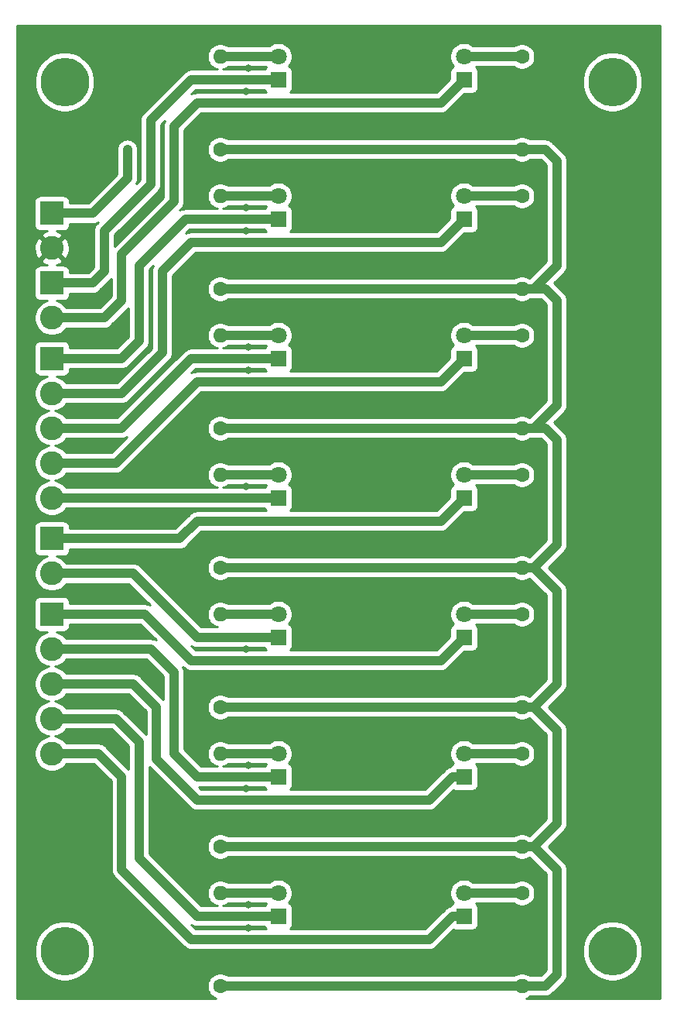
<source format=gbr>
%TF.GenerationSoftware,KiCad,Pcbnew,(5.1.6)-1*%
%TF.CreationDate,2020-07-19T07:57:48-07:00*%
%TF.ProjectId,BPEM488 Output LEDs,4250454d-3438-4382-904f-757470757420,rev?*%
%TF.SameCoordinates,Original*%
%TF.FileFunction,Copper,L1,Top*%
%TF.FilePolarity,Positive*%
%FSLAX46Y46*%
G04 Gerber Fmt 4.6, Leading zero omitted, Abs format (unit mm)*
G04 Created by KiCad (PCBNEW (5.1.6)-1) date 2020-07-19 07:57:48*
%MOMM*%
%LPD*%
G01*
G04 APERTURE LIST*
%TA.AperFunction,ViaPad*%
%ADD10C,5.300000*%
%TD*%
%TA.AperFunction,ComponentPad*%
%ADD11R,1.800000X1.800000*%
%TD*%
%TA.AperFunction,ComponentPad*%
%ADD12C,1.800000*%
%TD*%
%TA.AperFunction,ComponentPad*%
%ADD13C,2.600000*%
%TD*%
%TA.AperFunction,ComponentPad*%
%ADD14R,2.600000X2.600000*%
%TD*%
%TA.AperFunction,ComponentPad*%
%ADD15O,1.600000X1.600000*%
%TD*%
%TA.AperFunction,ComponentPad*%
%ADD16C,1.600000*%
%TD*%
%TA.AperFunction,ViaPad*%
%ADD17C,0.800000*%
%TD*%
%TA.AperFunction,Conductor*%
%ADD18C,1.000000*%
%TD*%
%TA.AperFunction,Conductor*%
%ADD19C,0.254000*%
%TD*%
G04 APERTURE END LIST*
D10*
%TO.N,*%
%TO.C,REF\u002A\u002A*%
X90678000Y-144018000D03*
%TD*%
%TO.N,*%
%TO.C,REF\u002A\u002A*%
X150622000Y-144018000D03*
%TD*%
%TO.N,*%
%TO.C,REF\u002A\u002A*%
X90678000Y-49022000D03*
%TD*%
%TO.N,*%
%TO.C,REF\u002A\u002A*%
X150622000Y-49022000D03*
%TD*%
D11*
%TO.P,D1,1*%
%TO.N,Net-(D1-Pad1)*%
X114046000Y-48768000D03*
D12*
%TO.P,D1,2*%
%TO.N,Net-(D1-Pad2)*%
X114046000Y-46228000D03*
%TD*%
%TO.P,D2,2*%
%TO.N,Net-(D2-Pad2)*%
X114046000Y-61468000D03*
D11*
%TO.P,D2,1*%
%TO.N,Net-(D2-Pad1)*%
X114046000Y-64008000D03*
%TD*%
D12*
%TO.P,D3,2*%
%TO.N,Net-(D3-Pad2)*%
X114046000Y-76708000D03*
D11*
%TO.P,D3,1*%
%TO.N,Net-(D3-Pad1)*%
X114046000Y-79248000D03*
%TD*%
D12*
%TO.P,D4,2*%
%TO.N,Net-(D4-Pad2)*%
X114046000Y-91948000D03*
D11*
%TO.P,D4,1*%
%TO.N,Net-(D4-Pad1)*%
X114046000Y-94488000D03*
%TD*%
D12*
%TO.P,D5,2*%
%TO.N,Net-(D5-Pad2)*%
X114046000Y-107188000D03*
D11*
%TO.P,D5,1*%
%TO.N,Net-(D5-Pad1)*%
X114046000Y-109728000D03*
%TD*%
%TO.P,D6,1*%
%TO.N,Net-(D6-Pad1)*%
X114046000Y-124968000D03*
D12*
%TO.P,D6,2*%
%TO.N,Net-(D6-Pad2)*%
X114046000Y-122428000D03*
%TD*%
D11*
%TO.P,D7,1*%
%TO.N,Net-(D7-Pad1)*%
X114046000Y-140208000D03*
D12*
%TO.P,D7,2*%
%TO.N,Net-(D7-Pad2)*%
X114046000Y-137668000D03*
%TD*%
D11*
%TO.P,D8,1*%
%TO.N,/HET*%
X134366000Y-48768000D03*
D12*
%TO.P,D8,2*%
%TO.N,Net-(D8-Pad2)*%
X134366000Y-46228000D03*
%TD*%
D11*
%TO.P,D9,1*%
%TO.N,/LFP*%
X134366000Y-64008000D03*
D12*
%TO.P,D9,2*%
%TO.N,Net-(D9-Pad2)*%
X134366000Y-61468000D03*
%TD*%
%TO.P,D10,2*%
%TO.N,Net-(D10-Pad2)*%
X134366000Y-76708000D03*
D11*
%TO.P,D10,1*%
%TO.N,/HFP*%
X134366000Y-79248000D03*
%TD*%
D12*
%TO.P,D11,2*%
%TO.N,Net-(D11-Pad2)*%
X134366000Y-91948000D03*
D11*
%TO.P,D11,1*%
%TO.N,/HEGT*%
X134366000Y-94488000D03*
%TD*%
%TO.P,D12,1*%
%TO.N,/HFT*%
X134366000Y-109728000D03*
D12*
%TO.P,D12,2*%
%TO.N,Net-(D12-Pad2)*%
X134366000Y-107188000D03*
%TD*%
%TO.P,D13,2*%
%TO.N,Net-(D13-Pad2)*%
X134366000Y-122428000D03*
D11*
%TO.P,D13,1*%
%TO.N,/HOT*%
X134366000Y-124968000D03*
%TD*%
%TO.P,D14,1*%
%TO.N,/LOP*%
X134366000Y-140208000D03*
D12*
%TO.P,D14,2*%
%TO.N,Net-(D14-Pad2)*%
X134366000Y-137668000D03*
%TD*%
D13*
%TO.P,J1,2*%
%TO.N,/HET*%
X89281000Y-74803000D03*
D14*
%TO.P,J1,1*%
%TO.N,Net-(D1-Pad1)*%
X89281000Y-70993000D03*
%TD*%
%TO.P,J2,1*%
%TO.N,Net-(D2-Pad1)*%
X89281000Y-79248000D03*
D13*
%TO.P,J2,5*%
%TO.N,Net-(D4-Pad1)*%
X89281000Y-94488000D03*
%TO.P,J2,4*%
%TO.N,/HFP*%
X89281000Y-90678000D03*
%TO.P,J2,2*%
%TO.N,/LFP*%
X89281000Y-83058000D03*
%TO.P,J2,3*%
%TO.N,Net-(D3-Pad1)*%
X89281000Y-86868000D03*
%TD*%
D14*
%TO.P,J3,1*%
%TO.N,/HEGT*%
X89281000Y-98933000D03*
D13*
%TO.P,J3,2*%
%TO.N,Net-(D5-Pad1)*%
X89281000Y-102743000D03*
%TD*%
%TO.P,J4,3*%
%TO.N,/HOT*%
X89281000Y-114808000D03*
%TO.P,J4,2*%
%TO.N,Net-(D6-Pad1)*%
X89281000Y-110998000D03*
%TO.P,J4,4*%
%TO.N,Net-(D7-Pad1)*%
X89281000Y-118618000D03*
%TO.P,J4,5*%
%TO.N,/LOP*%
X89281000Y-122428000D03*
D14*
%TO.P,J4,1*%
%TO.N,/HFT*%
X89281000Y-107188000D03*
%TD*%
D13*
%TO.P,J5,2*%
%TO.N,GND*%
X89281000Y-67183000D03*
D14*
%TO.P,J5,1*%
%TO.N,+12V*%
X89281000Y-63373000D03*
%TD*%
D15*
%TO.P,R1,2*%
%TO.N,Net-(D1-Pad2)*%
X107696000Y-46228000D03*
D16*
%TO.P,R1,1*%
%TO.N,+12V*%
X107696000Y-56388000D03*
%TD*%
%TO.P,R2,1*%
%TO.N,+12V*%
X107696000Y-71628000D03*
D15*
%TO.P,R2,2*%
%TO.N,Net-(D2-Pad2)*%
X107696000Y-61468000D03*
%TD*%
%TO.P,R3,2*%
%TO.N,Net-(D3-Pad2)*%
X107696000Y-76708000D03*
D16*
%TO.P,R3,1*%
%TO.N,+12V*%
X107696000Y-86868000D03*
%TD*%
%TO.P,R4,1*%
%TO.N,+12V*%
X107696000Y-102108000D03*
D15*
%TO.P,R4,2*%
%TO.N,Net-(D4-Pad2)*%
X107696000Y-91948000D03*
%TD*%
%TO.P,R5,2*%
%TO.N,Net-(D5-Pad2)*%
X107696000Y-107188000D03*
D16*
%TO.P,R5,1*%
%TO.N,+12V*%
X107696000Y-117348000D03*
%TD*%
%TO.P,R6,1*%
%TO.N,+12V*%
X107696000Y-132588000D03*
D15*
%TO.P,R6,2*%
%TO.N,Net-(D6-Pad2)*%
X107696000Y-122428000D03*
%TD*%
%TO.P,R7,2*%
%TO.N,Net-(D7-Pad2)*%
X107696000Y-137668000D03*
D16*
%TO.P,R7,1*%
%TO.N,+12V*%
X107696000Y-147828000D03*
%TD*%
%TO.P,R8,1*%
%TO.N,Net-(D8-Pad2)*%
X140716000Y-46228000D03*
D15*
%TO.P,R8,2*%
%TO.N,+12V*%
X140716000Y-56388000D03*
%TD*%
%TO.P,R9,2*%
%TO.N,+12V*%
X140716000Y-71628000D03*
D16*
%TO.P,R9,1*%
%TO.N,Net-(D9-Pad2)*%
X140716000Y-61468000D03*
%TD*%
%TO.P,R10,1*%
%TO.N,Net-(D10-Pad2)*%
X140716000Y-76708000D03*
D15*
%TO.P,R10,2*%
%TO.N,+12V*%
X140716000Y-86868000D03*
%TD*%
%TO.P,R11,2*%
%TO.N,+12V*%
X140716000Y-102108000D03*
D16*
%TO.P,R11,1*%
%TO.N,Net-(D11-Pad2)*%
X140716000Y-91948000D03*
%TD*%
%TO.P,R12,1*%
%TO.N,Net-(D12-Pad2)*%
X140716000Y-107188000D03*
D15*
%TO.P,R12,2*%
%TO.N,+12V*%
X140716000Y-117348000D03*
%TD*%
D16*
%TO.P,R13,1*%
%TO.N,Net-(D13-Pad2)*%
X140716000Y-122428000D03*
D15*
%TO.P,R13,2*%
%TO.N,+12V*%
X140716000Y-132588000D03*
%TD*%
%TO.P,R14,2*%
%TO.N,+12V*%
X140716000Y-147828000D03*
D16*
%TO.P,R14,1*%
%TO.N,Net-(D14-Pad2)*%
X140716000Y-137668000D03*
%TD*%
D17*
%TO.N,GND*%
X110744000Y-141478000D03*
X110744000Y-138938000D03*
X94234000Y-120650000D03*
X91948000Y-116586000D03*
X92202000Y-113030000D03*
X92202000Y-109220000D03*
X110490000Y-110998000D03*
X110490000Y-93218000D03*
X91948000Y-88900000D03*
X91948000Y-81280000D03*
X92202000Y-72898000D03*
X110490000Y-62738000D03*
X98298000Y-64262000D03*
X110744000Y-80518000D03*
X110744000Y-77978000D03*
X110744000Y-123698000D03*
X110490000Y-126238000D03*
X110490000Y-65278000D03*
X110490000Y-50038000D03*
X110744000Y-47498000D03*
%TO.N,+12V*%
X97536000Y-56388000D03*
%TD*%
D18*
%TO.N,Net-(D1-Pad1)*%
X93726000Y-70993000D02*
X92456000Y-70993000D01*
X94996000Y-69723000D02*
X93726000Y-70993000D01*
X114046000Y-48768000D02*
X104521000Y-48768000D01*
X92456000Y-70993000D02*
X89281000Y-70993000D01*
X94996000Y-65278000D02*
X94996000Y-69723000D01*
X104521000Y-48768000D02*
X100076000Y-53213000D01*
X100076000Y-53213000D02*
X100076000Y-60198000D01*
X100076000Y-60198000D02*
X94996000Y-65278000D01*
%TO.N,Net-(D1-Pad2)*%
X107696000Y-46228000D02*
X114046000Y-46228000D01*
%TO.N,Net-(D2-Pad2)*%
X107696000Y-61468000D02*
X114046000Y-61468000D01*
%TO.N,Net-(D2-Pad1)*%
X94996000Y-79248000D02*
X89281000Y-79248000D01*
X98806000Y-69088000D02*
X98806000Y-77343000D01*
X103886000Y-64008000D02*
X98806000Y-69088000D01*
X114046000Y-64008000D02*
X103886000Y-64008000D01*
X98806000Y-77343000D02*
X96901000Y-79248000D01*
X96901000Y-79248000D02*
X94996000Y-79248000D01*
%TO.N,Net-(D3-Pad2)*%
X107696000Y-76708000D02*
X114046000Y-76708000D01*
%TO.N,Net-(D3-Pad1)*%
X95631000Y-86868000D02*
X89281000Y-86868000D01*
X114046000Y-79248000D02*
X104521000Y-79248000D01*
X96901000Y-86868000D02*
X95631000Y-86868000D01*
X104521000Y-79248000D02*
X96901000Y-86868000D01*
%TO.N,Net-(D4-Pad2)*%
X107696000Y-91948000D02*
X114046000Y-91948000D01*
%TO.N,Net-(D4-Pad1)*%
X114046000Y-94488000D02*
X105156000Y-94488000D01*
X105156000Y-94488000D02*
X89281000Y-94488000D01*
%TO.N,Net-(D5-Pad2)*%
X107696000Y-107188000D02*
X114046000Y-107188000D01*
%TO.N,Net-(D5-Pad1)*%
X114046000Y-109728000D02*
X105156000Y-109728000D01*
X105156000Y-109728000D02*
X98171000Y-102743000D01*
X98171000Y-102743000D02*
X96266000Y-102743000D01*
X96266000Y-102743000D02*
X89281000Y-102743000D01*
%TO.N,Net-(D6-Pad1)*%
X105156000Y-124968000D02*
X102616000Y-122428000D01*
X114046000Y-124968000D02*
X105156000Y-124968000D01*
X97536000Y-110998000D02*
X89281000Y-110998000D01*
X102616000Y-122428000D02*
X102616000Y-113538000D01*
X102616000Y-113538000D02*
X100076000Y-110998000D01*
X100076000Y-110998000D02*
X97536000Y-110998000D01*
%TO.N,Net-(D6-Pad2)*%
X107696000Y-122428000D02*
X114046000Y-122428000D01*
%TO.N,Net-(D7-Pad1)*%
X93726000Y-118618000D02*
X89281000Y-118618000D01*
X105156000Y-140208000D02*
X98806000Y-133858000D01*
X114046000Y-140208000D02*
X105156000Y-140208000D01*
X98806000Y-133858000D02*
X98806000Y-121158000D01*
X96266000Y-118618000D02*
X93726000Y-118618000D01*
X98806000Y-121158000D02*
X96266000Y-118618000D01*
%TO.N,Net-(D7-Pad2)*%
X107696000Y-137668000D02*
X114046000Y-137668000D01*
%TO.N,/HET*%
X93726000Y-74803000D02*
X89281000Y-74803000D01*
X94996000Y-74803000D02*
X93726000Y-74803000D01*
X96901000Y-72898000D02*
X94996000Y-74803000D01*
X131826000Y-51308000D02*
X105156000Y-51308000D01*
X102616000Y-53848000D02*
X102616000Y-62103000D01*
X134366000Y-48768000D02*
X131826000Y-51308000D01*
X96901000Y-67818000D02*
X96901000Y-72898000D01*
X105156000Y-51308000D02*
X102616000Y-53848000D01*
X102616000Y-62103000D02*
X96901000Y-67818000D01*
%TO.N,Net-(D8-Pad2)*%
X134366000Y-46228000D02*
X140716000Y-46228000D01*
%TO.N,/LFP*%
X94996000Y-83058000D02*
X89281000Y-83058000D01*
X96901000Y-83058000D02*
X94996000Y-83058000D01*
X131826000Y-66548000D02*
X104521000Y-66548000D01*
X104521000Y-66548000D02*
X101346000Y-69723000D01*
X101346000Y-69723000D02*
X101346000Y-78613000D01*
X134366000Y-64008000D02*
X131826000Y-66548000D01*
X101346000Y-78613000D02*
X96901000Y-83058000D01*
%TO.N,Net-(D9-Pad2)*%
X134366000Y-61468000D02*
X140716000Y-61468000D01*
%TO.N,Net-(D10-Pad2)*%
X134366000Y-76708000D02*
X140716000Y-76708000D01*
%TO.N,/HFP*%
X94996000Y-90678000D02*
X89281000Y-90678000D01*
X96266000Y-90678000D02*
X94996000Y-90678000D01*
X105156000Y-81788000D02*
X96266000Y-90678000D01*
X134366000Y-79248000D02*
X131826000Y-81788000D01*
X131826000Y-81788000D02*
X105156000Y-81788000D01*
%TO.N,Net-(D11-Pad2)*%
X134366000Y-91948000D02*
X140716000Y-91948000D01*
%TO.N,/HEGT*%
X134366000Y-94488000D02*
X131826000Y-97028000D01*
X131826000Y-97028000D02*
X105156000Y-97028000D01*
X105156000Y-97028000D02*
X103251000Y-98933000D01*
X103251000Y-98933000D02*
X98806000Y-98933000D01*
X98806000Y-98933000D02*
X89281000Y-98933000D01*
%TO.N,/HFT*%
X99441000Y-107188000D02*
X97536000Y-107188000D01*
X104521000Y-112268000D02*
X99441000Y-107188000D01*
X97536000Y-107188000D02*
X89281000Y-107188000D01*
X134366000Y-109728000D02*
X131826000Y-112268000D01*
X131826000Y-112268000D02*
X104521000Y-112268000D01*
%TO.N,Net-(D12-Pad2)*%
X134366000Y-107188000D02*
X140716000Y-107188000D01*
%TO.N,Net-(D13-Pad2)*%
X134366000Y-122428000D02*
X140716000Y-122428000D01*
%TO.N,/HOT*%
X98171000Y-114808000D02*
X96266000Y-114808000D01*
X100711000Y-117348000D02*
X98171000Y-114808000D01*
X133096000Y-124968000D02*
X130556000Y-127508000D01*
X96266000Y-114808000D02*
X89281000Y-114808000D01*
X105156000Y-127508000D02*
X100711000Y-123063000D01*
X134366000Y-124968000D02*
X133096000Y-124968000D01*
X130556000Y-127508000D02*
X105156000Y-127508000D01*
X100711000Y-123063000D02*
X100711000Y-117348000D01*
%TO.N,/LOP*%
X94361000Y-122428000D02*
X91186000Y-122428000D01*
X91186000Y-122428000D02*
X89281000Y-122428000D01*
X133096000Y-140208000D02*
X130556000Y-142748000D01*
X134366000Y-140208000D02*
X133096000Y-140208000D01*
X130556000Y-142748000D02*
X104521000Y-142748000D01*
X96901000Y-124968000D02*
X94361000Y-122428000D01*
X104521000Y-142748000D02*
X96901000Y-135128000D01*
X96901000Y-135128000D02*
X96901000Y-124968000D01*
%TO.N,Net-(D14-Pad2)*%
X134366000Y-137668000D02*
X140716000Y-137668000D01*
%TO.N,+12V*%
X107696000Y-56388000D02*
X140716000Y-56388000D01*
X107696000Y-71628000D02*
X140716000Y-71628000D01*
X107696000Y-86868000D02*
X140716000Y-86868000D01*
X107696000Y-102108000D02*
X140716000Y-102108000D01*
X107696000Y-117348000D02*
X140716000Y-117348000D01*
X107696000Y-132588000D02*
X140716000Y-132588000D01*
X107696000Y-147828000D02*
X140716000Y-147828000D01*
X143256000Y-147828000D02*
X140716000Y-147828000D01*
X144526000Y-146558000D02*
X143256000Y-147828000D01*
X140716000Y-132588000D02*
X141986000Y-132588000D01*
X144526000Y-135128000D02*
X144526000Y-146558000D01*
X141986000Y-132588000D02*
X144526000Y-135128000D01*
X141986000Y-132588000D02*
X144526000Y-130048000D01*
X144526000Y-130048000D02*
X144526000Y-119888000D01*
X141986000Y-117348000D02*
X140716000Y-117348000D01*
X144526000Y-119888000D02*
X141986000Y-117348000D01*
X141986000Y-117348000D02*
X144526000Y-114808000D01*
X144526000Y-114808000D02*
X144526000Y-104648000D01*
X141986000Y-102108000D02*
X140716000Y-102108000D01*
X144526000Y-104648000D02*
X141986000Y-102108000D01*
X141986000Y-102108000D02*
X144526000Y-99568000D01*
X144526000Y-99568000D02*
X144526000Y-88138000D01*
X143256000Y-86868000D02*
X140716000Y-86868000D01*
X144526000Y-88138000D02*
X143256000Y-86868000D01*
X140716000Y-86868000D02*
X141986000Y-86868000D01*
X141986000Y-86868000D02*
X144526000Y-84328000D01*
X144526000Y-84328000D02*
X144526000Y-72898000D01*
X143256000Y-71628000D02*
X140716000Y-71628000D01*
X144526000Y-72898000D02*
X143256000Y-71628000D01*
X140716000Y-71628000D02*
X141986000Y-71628000D01*
X141986000Y-71628000D02*
X144526000Y-69088000D01*
X144526000Y-69088000D02*
X144526000Y-57658000D01*
X143256000Y-56388000D02*
X140716000Y-56388000D01*
X144526000Y-57658000D02*
X143256000Y-56388000D01*
X140716000Y-56388000D02*
X141986000Y-56388000D01*
X89281000Y-63373000D02*
X93726000Y-63373000D01*
X93726000Y-63373000D02*
X97536000Y-59563000D01*
X97536000Y-59563000D02*
X97536000Y-56388000D01*
%TD*%
D19*
%TO.N,GND*%
G36*
X155804001Y-149200000D02*
G01*
X141153533Y-149200000D01*
X141395727Y-149099680D01*
X141600284Y-148963000D01*
X143200249Y-148963000D01*
X143256000Y-148968491D01*
X143311751Y-148963000D01*
X143311752Y-148963000D01*
X143478499Y-148946577D01*
X143692447Y-148881676D01*
X143889623Y-148776284D01*
X144062449Y-148634449D01*
X144097996Y-148591135D01*
X145289140Y-147399992D01*
X145332449Y-147364449D01*
X145474284Y-147191623D01*
X145579676Y-146994447D01*
X145644577Y-146780499D01*
X145661000Y-146613752D01*
X145661000Y-146613745D01*
X145666490Y-146558001D01*
X145661000Y-146502257D01*
X145661000Y-143694456D01*
X147337000Y-143694456D01*
X147337000Y-144341544D01*
X147463240Y-144976199D01*
X147710871Y-145574031D01*
X148070374Y-146112066D01*
X148527934Y-146569626D01*
X149065969Y-146929129D01*
X149663801Y-147176760D01*
X150298456Y-147303000D01*
X150945544Y-147303000D01*
X151580199Y-147176760D01*
X152178031Y-146929129D01*
X152716066Y-146569626D01*
X153173626Y-146112066D01*
X153533129Y-145574031D01*
X153780760Y-144976199D01*
X153907000Y-144341544D01*
X153907000Y-143694456D01*
X153780760Y-143059801D01*
X153533129Y-142461969D01*
X153173626Y-141923934D01*
X152716066Y-141466374D01*
X152178031Y-141106871D01*
X151580199Y-140859240D01*
X150945544Y-140733000D01*
X150298456Y-140733000D01*
X149663801Y-140859240D01*
X149065969Y-141106871D01*
X148527934Y-141466374D01*
X148070374Y-141923934D01*
X147710871Y-142461969D01*
X147463240Y-143059801D01*
X147337000Y-143694456D01*
X145661000Y-143694456D01*
X145661000Y-135183741D01*
X145666490Y-135127999D01*
X145661000Y-135072257D01*
X145661000Y-135072248D01*
X145644577Y-134905501D01*
X145579676Y-134691553D01*
X145474284Y-134494377D01*
X145332449Y-134321551D01*
X145289141Y-134286009D01*
X143591131Y-132588000D01*
X145289141Y-130889991D01*
X145332449Y-130854449D01*
X145474284Y-130681623D01*
X145579676Y-130484447D01*
X145644577Y-130270499D01*
X145661000Y-130103752D01*
X145661000Y-130103743D01*
X145666490Y-130048001D01*
X145661000Y-129992259D01*
X145661000Y-119943741D01*
X145666490Y-119887999D01*
X145661000Y-119832257D01*
X145661000Y-119832248D01*
X145644577Y-119665501D01*
X145579676Y-119451553D01*
X145474284Y-119254377D01*
X145332449Y-119081551D01*
X145289141Y-119046009D01*
X143591131Y-117348000D01*
X145289141Y-115649991D01*
X145332449Y-115614449D01*
X145474284Y-115441623D01*
X145579676Y-115244447D01*
X145644577Y-115030499D01*
X145661000Y-114863752D01*
X145661000Y-114863743D01*
X145666490Y-114808001D01*
X145661000Y-114752259D01*
X145661000Y-104703741D01*
X145666490Y-104647999D01*
X145661000Y-104592257D01*
X145661000Y-104592248D01*
X145644577Y-104425501D01*
X145579676Y-104211553D01*
X145474284Y-104014377D01*
X145332449Y-103841551D01*
X145289141Y-103806009D01*
X143591131Y-102108000D01*
X145289141Y-100409991D01*
X145332449Y-100374449D01*
X145474284Y-100201623D01*
X145579676Y-100004447D01*
X145644577Y-99790499D01*
X145661000Y-99623752D01*
X145661000Y-99623743D01*
X145666490Y-99568001D01*
X145661000Y-99512259D01*
X145661000Y-88193743D01*
X145666490Y-88137999D01*
X145661000Y-88082255D01*
X145661000Y-88082248D01*
X145644577Y-87915501D01*
X145579676Y-87701553D01*
X145474284Y-87504377D01*
X145332449Y-87331551D01*
X145289140Y-87296008D01*
X144226131Y-86233000D01*
X145289141Y-85169991D01*
X145332449Y-85134449D01*
X145474284Y-84961623D01*
X145579676Y-84764447D01*
X145644577Y-84550499D01*
X145661000Y-84383752D01*
X145661000Y-84383743D01*
X145666490Y-84328001D01*
X145661000Y-84272259D01*
X145661000Y-72953743D01*
X145666490Y-72897999D01*
X145661000Y-72842255D01*
X145661000Y-72842248D01*
X145644577Y-72675501D01*
X145579676Y-72461553D01*
X145474284Y-72264377D01*
X145332449Y-72091551D01*
X145289140Y-72056008D01*
X144226131Y-70993000D01*
X145289141Y-69929991D01*
X145332449Y-69894449D01*
X145474284Y-69721623D01*
X145579676Y-69524447D01*
X145644577Y-69310499D01*
X145661000Y-69143752D01*
X145661000Y-69143743D01*
X145666490Y-69088001D01*
X145661000Y-69032259D01*
X145661000Y-57713743D01*
X145666490Y-57657999D01*
X145661000Y-57602255D01*
X145661000Y-57602248D01*
X145644577Y-57435501D01*
X145579676Y-57221553D01*
X145474284Y-57024377D01*
X145332449Y-56851551D01*
X145289140Y-56816008D01*
X144097996Y-55624865D01*
X144062449Y-55581551D01*
X143889623Y-55439716D01*
X143692447Y-55334324D01*
X143478499Y-55269423D01*
X143311752Y-55253000D01*
X143311751Y-55253000D01*
X143256000Y-55247509D01*
X143200249Y-55253000D01*
X141600284Y-55253000D01*
X141395727Y-55116320D01*
X141134574Y-55008147D01*
X140857335Y-54953000D01*
X140574665Y-54953000D01*
X140297426Y-55008147D01*
X140036273Y-55116320D01*
X139831716Y-55253000D01*
X108580284Y-55253000D01*
X108375727Y-55116320D01*
X108114574Y-55008147D01*
X107837335Y-54953000D01*
X107554665Y-54953000D01*
X107277426Y-55008147D01*
X107016273Y-55116320D01*
X106781241Y-55273363D01*
X106581363Y-55473241D01*
X106424320Y-55708273D01*
X106316147Y-55969426D01*
X106261000Y-56246665D01*
X106261000Y-56529335D01*
X106316147Y-56806574D01*
X106424320Y-57067727D01*
X106581363Y-57302759D01*
X106781241Y-57502637D01*
X107016273Y-57659680D01*
X107277426Y-57767853D01*
X107554665Y-57823000D01*
X107837335Y-57823000D01*
X108114574Y-57767853D01*
X108375727Y-57659680D01*
X108580284Y-57523000D01*
X139831716Y-57523000D01*
X140036273Y-57659680D01*
X140297426Y-57767853D01*
X140574665Y-57823000D01*
X140857335Y-57823000D01*
X141134574Y-57767853D01*
X141395727Y-57659680D01*
X141600284Y-57523000D01*
X142785869Y-57523000D01*
X143391001Y-58128133D01*
X143391000Y-68617868D01*
X141549681Y-70459188D01*
X141395727Y-70356320D01*
X141134574Y-70248147D01*
X140857335Y-70193000D01*
X140574665Y-70193000D01*
X140297426Y-70248147D01*
X140036273Y-70356320D01*
X139831716Y-70493000D01*
X108580284Y-70493000D01*
X108375727Y-70356320D01*
X108114574Y-70248147D01*
X107837335Y-70193000D01*
X107554665Y-70193000D01*
X107277426Y-70248147D01*
X107016273Y-70356320D01*
X106781241Y-70513363D01*
X106581363Y-70713241D01*
X106424320Y-70948273D01*
X106316147Y-71209426D01*
X106261000Y-71486665D01*
X106261000Y-71769335D01*
X106316147Y-72046574D01*
X106424320Y-72307727D01*
X106581363Y-72542759D01*
X106781241Y-72742637D01*
X107016273Y-72899680D01*
X107277426Y-73007853D01*
X107554665Y-73063000D01*
X107837335Y-73063000D01*
X108114574Y-73007853D01*
X108375727Y-72899680D01*
X108580284Y-72763000D01*
X139831716Y-72763000D01*
X140036273Y-72899680D01*
X140297426Y-73007853D01*
X140574665Y-73063000D01*
X140857335Y-73063000D01*
X141134574Y-73007853D01*
X141395727Y-72899680D01*
X141600284Y-72763000D01*
X141930249Y-72763000D01*
X141986000Y-72768491D01*
X142041751Y-72763000D01*
X142785869Y-72763000D01*
X143391001Y-73368133D01*
X143391000Y-83857868D01*
X141549681Y-85699188D01*
X141395727Y-85596320D01*
X141134574Y-85488147D01*
X140857335Y-85433000D01*
X140574665Y-85433000D01*
X140297426Y-85488147D01*
X140036273Y-85596320D01*
X139831716Y-85733000D01*
X108580284Y-85733000D01*
X108375727Y-85596320D01*
X108114574Y-85488147D01*
X107837335Y-85433000D01*
X107554665Y-85433000D01*
X107277426Y-85488147D01*
X107016273Y-85596320D01*
X106781241Y-85753363D01*
X106581363Y-85953241D01*
X106424320Y-86188273D01*
X106316147Y-86449426D01*
X106261000Y-86726665D01*
X106261000Y-87009335D01*
X106316147Y-87286574D01*
X106424320Y-87547727D01*
X106581363Y-87782759D01*
X106781241Y-87982637D01*
X107016273Y-88139680D01*
X107277426Y-88247853D01*
X107554665Y-88303000D01*
X107837335Y-88303000D01*
X108114574Y-88247853D01*
X108375727Y-88139680D01*
X108580284Y-88003000D01*
X139831716Y-88003000D01*
X140036273Y-88139680D01*
X140297426Y-88247853D01*
X140574665Y-88303000D01*
X140857335Y-88303000D01*
X141134574Y-88247853D01*
X141395727Y-88139680D01*
X141600284Y-88003000D01*
X141930249Y-88003000D01*
X141986000Y-88008491D01*
X142041751Y-88003000D01*
X142785869Y-88003000D01*
X143391001Y-88608133D01*
X143391000Y-99097868D01*
X141549681Y-100939188D01*
X141395727Y-100836320D01*
X141134574Y-100728147D01*
X140857335Y-100673000D01*
X140574665Y-100673000D01*
X140297426Y-100728147D01*
X140036273Y-100836320D01*
X139831716Y-100973000D01*
X108580284Y-100973000D01*
X108375727Y-100836320D01*
X108114574Y-100728147D01*
X107837335Y-100673000D01*
X107554665Y-100673000D01*
X107277426Y-100728147D01*
X107016273Y-100836320D01*
X106781241Y-100993363D01*
X106581363Y-101193241D01*
X106424320Y-101428273D01*
X106316147Y-101689426D01*
X106261000Y-101966665D01*
X106261000Y-102249335D01*
X106316147Y-102526574D01*
X106424320Y-102787727D01*
X106581363Y-103022759D01*
X106781241Y-103222637D01*
X107016273Y-103379680D01*
X107277426Y-103487853D01*
X107554665Y-103543000D01*
X107837335Y-103543000D01*
X108114574Y-103487853D01*
X108375727Y-103379680D01*
X108580284Y-103243000D01*
X139831716Y-103243000D01*
X140036273Y-103379680D01*
X140297426Y-103487853D01*
X140574665Y-103543000D01*
X140857335Y-103543000D01*
X141134574Y-103487853D01*
X141395727Y-103379680D01*
X141549681Y-103276812D01*
X143391001Y-105118133D01*
X143391000Y-114337868D01*
X141549681Y-116179188D01*
X141395727Y-116076320D01*
X141134574Y-115968147D01*
X140857335Y-115913000D01*
X140574665Y-115913000D01*
X140297426Y-115968147D01*
X140036273Y-116076320D01*
X139831716Y-116213000D01*
X108580284Y-116213000D01*
X108375727Y-116076320D01*
X108114574Y-115968147D01*
X107837335Y-115913000D01*
X107554665Y-115913000D01*
X107277426Y-115968147D01*
X107016273Y-116076320D01*
X106781241Y-116233363D01*
X106581363Y-116433241D01*
X106424320Y-116668273D01*
X106316147Y-116929426D01*
X106261000Y-117206665D01*
X106261000Y-117489335D01*
X106316147Y-117766574D01*
X106424320Y-118027727D01*
X106581363Y-118262759D01*
X106781241Y-118462637D01*
X107016273Y-118619680D01*
X107277426Y-118727853D01*
X107554665Y-118783000D01*
X107837335Y-118783000D01*
X108114574Y-118727853D01*
X108375727Y-118619680D01*
X108580284Y-118483000D01*
X139831716Y-118483000D01*
X140036273Y-118619680D01*
X140297426Y-118727853D01*
X140574665Y-118783000D01*
X140857335Y-118783000D01*
X141134574Y-118727853D01*
X141395727Y-118619680D01*
X141549681Y-118516812D01*
X143391001Y-120358133D01*
X143391000Y-129577868D01*
X141549681Y-131419188D01*
X141395727Y-131316320D01*
X141134574Y-131208147D01*
X140857335Y-131153000D01*
X140574665Y-131153000D01*
X140297426Y-131208147D01*
X140036273Y-131316320D01*
X139831716Y-131453000D01*
X108580284Y-131453000D01*
X108375727Y-131316320D01*
X108114574Y-131208147D01*
X107837335Y-131153000D01*
X107554665Y-131153000D01*
X107277426Y-131208147D01*
X107016273Y-131316320D01*
X106781241Y-131473363D01*
X106581363Y-131673241D01*
X106424320Y-131908273D01*
X106316147Y-132169426D01*
X106261000Y-132446665D01*
X106261000Y-132729335D01*
X106316147Y-133006574D01*
X106424320Y-133267727D01*
X106581363Y-133502759D01*
X106781241Y-133702637D01*
X107016273Y-133859680D01*
X107277426Y-133967853D01*
X107554665Y-134023000D01*
X107837335Y-134023000D01*
X108114574Y-133967853D01*
X108375727Y-133859680D01*
X108580284Y-133723000D01*
X139831716Y-133723000D01*
X140036273Y-133859680D01*
X140297426Y-133967853D01*
X140574665Y-134023000D01*
X140857335Y-134023000D01*
X141134574Y-133967853D01*
X141395727Y-133859680D01*
X141549681Y-133756812D01*
X143391000Y-135598132D01*
X143391001Y-146087867D01*
X142785869Y-146693000D01*
X141600284Y-146693000D01*
X141395727Y-146556320D01*
X141134574Y-146448147D01*
X140857335Y-146393000D01*
X140574665Y-146393000D01*
X140297426Y-146448147D01*
X140036273Y-146556320D01*
X139831716Y-146693000D01*
X108580284Y-146693000D01*
X108375727Y-146556320D01*
X108114574Y-146448147D01*
X107837335Y-146393000D01*
X107554665Y-146393000D01*
X107277426Y-146448147D01*
X107016273Y-146556320D01*
X106781241Y-146713363D01*
X106581363Y-146913241D01*
X106424320Y-147148273D01*
X106316147Y-147409426D01*
X106261000Y-147686665D01*
X106261000Y-147969335D01*
X106316147Y-148246574D01*
X106424320Y-148507727D01*
X106581363Y-148742759D01*
X106781241Y-148942637D01*
X107016273Y-149099680D01*
X107258467Y-149200000D01*
X85496000Y-149200000D01*
X85496000Y-143694456D01*
X87393000Y-143694456D01*
X87393000Y-144341544D01*
X87519240Y-144976199D01*
X87766871Y-145574031D01*
X88126374Y-146112066D01*
X88583934Y-146569626D01*
X89121969Y-146929129D01*
X89719801Y-147176760D01*
X90354456Y-147303000D01*
X91001544Y-147303000D01*
X91636199Y-147176760D01*
X92234031Y-146929129D01*
X92772066Y-146569626D01*
X93229626Y-146112066D01*
X93589129Y-145574031D01*
X93836760Y-144976199D01*
X93963000Y-144341544D01*
X93963000Y-143694456D01*
X93836760Y-143059801D01*
X93589129Y-142461969D01*
X93229626Y-141923934D01*
X92772066Y-141466374D01*
X92234031Y-141106871D01*
X91636199Y-140859240D01*
X91001544Y-140733000D01*
X90354456Y-140733000D01*
X89719801Y-140859240D01*
X89121969Y-141106871D01*
X88583934Y-141466374D01*
X88126374Y-141923934D01*
X87766871Y-142461969D01*
X87519240Y-143059801D01*
X87393000Y-143694456D01*
X85496000Y-143694456D01*
X85496000Y-67233729D01*
X87337299Y-67233729D01*
X87384543Y-67611951D01*
X87504667Y-67973690D01*
X87636688Y-68220683D01*
X87931776Y-68352619D01*
X89101395Y-67183000D01*
X89460605Y-67183000D01*
X90630224Y-68352619D01*
X90925312Y-68220683D01*
X91096159Y-67879955D01*
X91197250Y-67512443D01*
X91224701Y-67132271D01*
X91177457Y-66754049D01*
X91057333Y-66392310D01*
X90925312Y-66145317D01*
X90630224Y-66013381D01*
X89460605Y-67183000D01*
X89101395Y-67183000D01*
X87931776Y-66013381D01*
X87636688Y-66145317D01*
X87465841Y-66486045D01*
X87364750Y-66853557D01*
X87337299Y-67233729D01*
X85496000Y-67233729D01*
X85496000Y-62073000D01*
X87342928Y-62073000D01*
X87342928Y-64673000D01*
X87355188Y-64797482D01*
X87391498Y-64917180D01*
X87450463Y-65027494D01*
X87529815Y-65124185D01*
X87626506Y-65203537D01*
X87736820Y-65262502D01*
X87856518Y-65298812D01*
X87981000Y-65311072D01*
X88778183Y-65311072D01*
X88490310Y-65406667D01*
X88243317Y-65538688D01*
X88111381Y-65833776D01*
X89281000Y-67003395D01*
X90450619Y-65833776D01*
X90318683Y-65538688D01*
X89977955Y-65367841D01*
X89771574Y-65311072D01*
X90581000Y-65311072D01*
X90705482Y-65298812D01*
X90825180Y-65262502D01*
X90935494Y-65203537D01*
X91032185Y-65124185D01*
X91111537Y-65027494D01*
X91170502Y-64917180D01*
X91206812Y-64797482D01*
X91219072Y-64673000D01*
X91219072Y-64508000D01*
X93670249Y-64508000D01*
X93726000Y-64513491D01*
X93781751Y-64508000D01*
X93781752Y-64508000D01*
X93948499Y-64491577D01*
X94162447Y-64426676D01*
X94333762Y-64335107D01*
X94232865Y-64436004D01*
X94189551Y-64471551D01*
X94047716Y-64644377D01*
X93965881Y-64797482D01*
X93942324Y-64841554D01*
X93877423Y-65055502D01*
X93855509Y-65278000D01*
X93861000Y-65333752D01*
X93861001Y-69252867D01*
X93255869Y-69858000D01*
X91219072Y-69858000D01*
X91219072Y-69693000D01*
X91206812Y-69568518D01*
X91170502Y-69448820D01*
X91111537Y-69338506D01*
X91032185Y-69241815D01*
X90935494Y-69162463D01*
X90825180Y-69103498D01*
X90705482Y-69067188D01*
X90581000Y-69054928D01*
X89783817Y-69054928D01*
X90071690Y-68959333D01*
X90318683Y-68827312D01*
X90450619Y-68532224D01*
X89281000Y-67362605D01*
X88111381Y-68532224D01*
X88243317Y-68827312D01*
X88584045Y-68998159D01*
X88790426Y-69054928D01*
X87981000Y-69054928D01*
X87856518Y-69067188D01*
X87736820Y-69103498D01*
X87626506Y-69162463D01*
X87529815Y-69241815D01*
X87450463Y-69338506D01*
X87391498Y-69448820D01*
X87355188Y-69568518D01*
X87342928Y-69693000D01*
X87342928Y-72293000D01*
X87355188Y-72417482D01*
X87391498Y-72537180D01*
X87450463Y-72647494D01*
X87529815Y-72744185D01*
X87626506Y-72823537D01*
X87736820Y-72882502D01*
X87856518Y-72918812D01*
X87981000Y-72931072D01*
X88773335Y-72931072D01*
X88716581Y-72942361D01*
X88364434Y-73088225D01*
X88047509Y-73299987D01*
X87777987Y-73569509D01*
X87566225Y-73886434D01*
X87420361Y-74238581D01*
X87346000Y-74612419D01*
X87346000Y-74993581D01*
X87420361Y-75367419D01*
X87566225Y-75719566D01*
X87777987Y-76036491D01*
X88047509Y-76306013D01*
X88364434Y-76517775D01*
X88716581Y-76663639D01*
X89090419Y-76738000D01*
X89471581Y-76738000D01*
X89845419Y-76663639D01*
X90197566Y-76517775D01*
X90514491Y-76306013D01*
X90784013Y-76036491D01*
X90849822Y-75938000D01*
X94940249Y-75938000D01*
X94996000Y-75943491D01*
X95051751Y-75938000D01*
X95051752Y-75938000D01*
X95218499Y-75921577D01*
X95432447Y-75856676D01*
X95629623Y-75751284D01*
X95802449Y-75609449D01*
X95837996Y-75566135D01*
X97664141Y-73739991D01*
X97671001Y-73734362D01*
X97671001Y-76872867D01*
X96430869Y-78113000D01*
X91219072Y-78113000D01*
X91219072Y-77948000D01*
X91206812Y-77823518D01*
X91170502Y-77703820D01*
X91111537Y-77593506D01*
X91032185Y-77496815D01*
X90935494Y-77417463D01*
X90825180Y-77358498D01*
X90705482Y-77322188D01*
X90581000Y-77309928D01*
X87981000Y-77309928D01*
X87856518Y-77322188D01*
X87736820Y-77358498D01*
X87626506Y-77417463D01*
X87529815Y-77496815D01*
X87450463Y-77593506D01*
X87391498Y-77703820D01*
X87355188Y-77823518D01*
X87342928Y-77948000D01*
X87342928Y-80548000D01*
X87355188Y-80672482D01*
X87391498Y-80792180D01*
X87450463Y-80902494D01*
X87529815Y-80999185D01*
X87626506Y-81078537D01*
X87736820Y-81137502D01*
X87856518Y-81173812D01*
X87981000Y-81186072D01*
X88773335Y-81186072D01*
X88716581Y-81197361D01*
X88364434Y-81343225D01*
X88047509Y-81554987D01*
X87777987Y-81824509D01*
X87566225Y-82141434D01*
X87420361Y-82493581D01*
X87346000Y-82867419D01*
X87346000Y-83248581D01*
X87420361Y-83622419D01*
X87566225Y-83974566D01*
X87777987Y-84291491D01*
X88047509Y-84561013D01*
X88364434Y-84772775D01*
X88716581Y-84918639D01*
X88939599Y-84963000D01*
X88716581Y-85007361D01*
X88364434Y-85153225D01*
X88047509Y-85364987D01*
X87777987Y-85634509D01*
X87566225Y-85951434D01*
X87420361Y-86303581D01*
X87346000Y-86677419D01*
X87346000Y-87058581D01*
X87420361Y-87432419D01*
X87566225Y-87784566D01*
X87777987Y-88101491D01*
X88047509Y-88371013D01*
X88364434Y-88582775D01*
X88716581Y-88728639D01*
X88939599Y-88773000D01*
X88716581Y-88817361D01*
X88364434Y-88963225D01*
X88047509Y-89174987D01*
X87777987Y-89444509D01*
X87566225Y-89761434D01*
X87420361Y-90113581D01*
X87346000Y-90487419D01*
X87346000Y-90868581D01*
X87420361Y-91242419D01*
X87566225Y-91594566D01*
X87777987Y-91911491D01*
X88047509Y-92181013D01*
X88364434Y-92392775D01*
X88716581Y-92538639D01*
X88939599Y-92583000D01*
X88716581Y-92627361D01*
X88364434Y-92773225D01*
X88047509Y-92984987D01*
X87777987Y-93254509D01*
X87566225Y-93571434D01*
X87420361Y-93923581D01*
X87346000Y-94297419D01*
X87346000Y-94678581D01*
X87420361Y-95052419D01*
X87566225Y-95404566D01*
X87777987Y-95721491D01*
X88047509Y-95991013D01*
X88364434Y-96202775D01*
X88716581Y-96348639D01*
X89090419Y-96423000D01*
X89471581Y-96423000D01*
X89845419Y-96348639D01*
X90197566Y-96202775D01*
X90514491Y-95991013D01*
X90784013Y-95721491D01*
X90849822Y-95623000D01*
X112553713Y-95623000D01*
X112556498Y-95632180D01*
X112615463Y-95742494D01*
X112694815Y-95839185D01*
X112760389Y-95893000D01*
X105211752Y-95893000D01*
X105156000Y-95887509D01*
X105100248Y-95893000D01*
X104933501Y-95909423D01*
X104719553Y-95974324D01*
X104522377Y-96079716D01*
X104349551Y-96221551D01*
X104314011Y-96264857D01*
X102780869Y-97798000D01*
X91219072Y-97798000D01*
X91219072Y-97633000D01*
X91206812Y-97508518D01*
X91170502Y-97388820D01*
X91111537Y-97278506D01*
X91032185Y-97181815D01*
X90935494Y-97102463D01*
X90825180Y-97043498D01*
X90705482Y-97007188D01*
X90581000Y-96994928D01*
X87981000Y-96994928D01*
X87856518Y-97007188D01*
X87736820Y-97043498D01*
X87626506Y-97102463D01*
X87529815Y-97181815D01*
X87450463Y-97278506D01*
X87391498Y-97388820D01*
X87355188Y-97508518D01*
X87342928Y-97633000D01*
X87342928Y-100233000D01*
X87355188Y-100357482D01*
X87391498Y-100477180D01*
X87450463Y-100587494D01*
X87529815Y-100684185D01*
X87626506Y-100763537D01*
X87736820Y-100822502D01*
X87856518Y-100858812D01*
X87981000Y-100871072D01*
X88773335Y-100871072D01*
X88716581Y-100882361D01*
X88364434Y-101028225D01*
X88047509Y-101239987D01*
X87777987Y-101509509D01*
X87566225Y-101826434D01*
X87420361Y-102178581D01*
X87346000Y-102552419D01*
X87346000Y-102933581D01*
X87420361Y-103307419D01*
X87566225Y-103659566D01*
X87777987Y-103976491D01*
X88047509Y-104246013D01*
X88364434Y-104457775D01*
X88716581Y-104603639D01*
X89090419Y-104678000D01*
X89471581Y-104678000D01*
X89845419Y-104603639D01*
X90197566Y-104457775D01*
X90514491Y-104246013D01*
X90784013Y-103976491D01*
X90849822Y-103878000D01*
X97700869Y-103878000D01*
X100048761Y-106225892D01*
X99877447Y-106134324D01*
X99663499Y-106069423D01*
X99496752Y-106053000D01*
X99496751Y-106053000D01*
X99441000Y-106047509D01*
X99385249Y-106053000D01*
X91219072Y-106053000D01*
X91219072Y-105888000D01*
X91206812Y-105763518D01*
X91170502Y-105643820D01*
X91111537Y-105533506D01*
X91032185Y-105436815D01*
X90935494Y-105357463D01*
X90825180Y-105298498D01*
X90705482Y-105262188D01*
X90581000Y-105249928D01*
X87981000Y-105249928D01*
X87856518Y-105262188D01*
X87736820Y-105298498D01*
X87626506Y-105357463D01*
X87529815Y-105436815D01*
X87450463Y-105533506D01*
X87391498Y-105643820D01*
X87355188Y-105763518D01*
X87342928Y-105888000D01*
X87342928Y-108488000D01*
X87355188Y-108612482D01*
X87391498Y-108732180D01*
X87450463Y-108842494D01*
X87529815Y-108939185D01*
X87626506Y-109018537D01*
X87736820Y-109077502D01*
X87856518Y-109113812D01*
X87981000Y-109126072D01*
X88773335Y-109126072D01*
X88716581Y-109137361D01*
X88364434Y-109283225D01*
X88047509Y-109494987D01*
X87777987Y-109764509D01*
X87566225Y-110081434D01*
X87420361Y-110433581D01*
X87346000Y-110807419D01*
X87346000Y-111188581D01*
X87420361Y-111562419D01*
X87566225Y-111914566D01*
X87777987Y-112231491D01*
X88047509Y-112501013D01*
X88364434Y-112712775D01*
X88716581Y-112858639D01*
X88939599Y-112903000D01*
X88716581Y-112947361D01*
X88364434Y-113093225D01*
X88047509Y-113304987D01*
X87777987Y-113574509D01*
X87566225Y-113891434D01*
X87420361Y-114243581D01*
X87346000Y-114617419D01*
X87346000Y-114998581D01*
X87420361Y-115372419D01*
X87566225Y-115724566D01*
X87777987Y-116041491D01*
X88047509Y-116311013D01*
X88364434Y-116522775D01*
X88716581Y-116668639D01*
X88939599Y-116713000D01*
X88716581Y-116757361D01*
X88364434Y-116903225D01*
X88047509Y-117114987D01*
X87777987Y-117384509D01*
X87566225Y-117701434D01*
X87420361Y-118053581D01*
X87346000Y-118427419D01*
X87346000Y-118808581D01*
X87420361Y-119182419D01*
X87566225Y-119534566D01*
X87777987Y-119851491D01*
X88047509Y-120121013D01*
X88364434Y-120332775D01*
X88716581Y-120478639D01*
X88939599Y-120523000D01*
X88716581Y-120567361D01*
X88364434Y-120713225D01*
X88047509Y-120924987D01*
X87777987Y-121194509D01*
X87566225Y-121511434D01*
X87420361Y-121863581D01*
X87346000Y-122237419D01*
X87346000Y-122618581D01*
X87420361Y-122992419D01*
X87566225Y-123344566D01*
X87777987Y-123661491D01*
X88047509Y-123931013D01*
X88364434Y-124142775D01*
X88716581Y-124288639D01*
X89090419Y-124363000D01*
X89471581Y-124363000D01*
X89845419Y-124288639D01*
X90197566Y-124142775D01*
X90514491Y-123931013D01*
X90784013Y-123661491D01*
X90849822Y-123563000D01*
X93890869Y-123563000D01*
X95766001Y-125438133D01*
X95766000Y-135072248D01*
X95760509Y-135128000D01*
X95766000Y-135183751D01*
X95782423Y-135350498D01*
X95847324Y-135564446D01*
X95952716Y-135761623D01*
X96094551Y-135934449D01*
X96137865Y-135969996D01*
X103679009Y-143511141D01*
X103714551Y-143554449D01*
X103887377Y-143696284D01*
X104084553Y-143801676D01*
X104298501Y-143866577D01*
X104465248Y-143883000D01*
X104465257Y-143883000D01*
X104520999Y-143888490D01*
X104576741Y-143883000D01*
X130500249Y-143883000D01*
X130556000Y-143888491D01*
X130611751Y-143883000D01*
X130611752Y-143883000D01*
X130778499Y-143866577D01*
X130992447Y-143801676D01*
X131189623Y-143696284D01*
X131362449Y-143554449D01*
X131397996Y-143511135D01*
X133215179Y-141693952D01*
X133221820Y-141697502D01*
X133341518Y-141733812D01*
X133466000Y-141746072D01*
X135266000Y-141746072D01*
X135390482Y-141733812D01*
X135510180Y-141697502D01*
X135620494Y-141638537D01*
X135717185Y-141559185D01*
X135796537Y-141462494D01*
X135855502Y-141352180D01*
X135891812Y-141232482D01*
X135904072Y-141108000D01*
X135904072Y-139308000D01*
X135891812Y-139183518D01*
X135855502Y-139063820D01*
X135796537Y-138953506D01*
X135717185Y-138856815D01*
X135651611Y-138803000D01*
X139831716Y-138803000D01*
X140036273Y-138939680D01*
X140297426Y-139047853D01*
X140574665Y-139103000D01*
X140857335Y-139103000D01*
X141134574Y-139047853D01*
X141395727Y-138939680D01*
X141630759Y-138782637D01*
X141830637Y-138582759D01*
X141987680Y-138347727D01*
X142095853Y-138086574D01*
X142151000Y-137809335D01*
X142151000Y-137526665D01*
X142095853Y-137249426D01*
X141987680Y-136988273D01*
X141830637Y-136753241D01*
X141630759Y-136553363D01*
X141395727Y-136396320D01*
X141134574Y-136288147D01*
X140857335Y-136233000D01*
X140574665Y-136233000D01*
X140297426Y-136288147D01*
X140036273Y-136396320D01*
X139831716Y-136533000D01*
X135401817Y-136533000D01*
X135344505Y-136475688D01*
X135093095Y-136307701D01*
X134813743Y-136191989D01*
X134517184Y-136133000D01*
X134214816Y-136133000D01*
X133918257Y-136191989D01*
X133638905Y-136307701D01*
X133387495Y-136475688D01*
X133173688Y-136689495D01*
X133005701Y-136940905D01*
X132889989Y-137220257D01*
X132831000Y-137516816D01*
X132831000Y-137819184D01*
X132889989Y-138115743D01*
X133005701Y-138395095D01*
X133173688Y-138646505D01*
X133240127Y-138712944D01*
X133221820Y-138718498D01*
X133111506Y-138777463D01*
X133014815Y-138856815D01*
X132935463Y-138953506D01*
X132876498Y-139063820D01*
X132868248Y-139091016D01*
X132659553Y-139154324D01*
X132462377Y-139259716D01*
X132289551Y-139401551D01*
X132254009Y-139444859D01*
X130085869Y-141613000D01*
X115331611Y-141613000D01*
X115397185Y-141559185D01*
X115476537Y-141462494D01*
X115535502Y-141352180D01*
X115571812Y-141232482D01*
X115584072Y-141108000D01*
X115584072Y-139308000D01*
X115571812Y-139183518D01*
X115535502Y-139063820D01*
X115476537Y-138953506D01*
X115397185Y-138856815D01*
X115300494Y-138777463D01*
X115190180Y-138718498D01*
X115171873Y-138712944D01*
X115238312Y-138646505D01*
X115406299Y-138395095D01*
X115522011Y-138115743D01*
X115581000Y-137819184D01*
X115581000Y-137516816D01*
X115522011Y-137220257D01*
X115406299Y-136940905D01*
X115238312Y-136689495D01*
X115024505Y-136475688D01*
X114773095Y-136307701D01*
X114493743Y-136191989D01*
X114197184Y-136133000D01*
X113894816Y-136133000D01*
X113598257Y-136191989D01*
X113318905Y-136307701D01*
X113067495Y-136475688D01*
X113010183Y-136533000D01*
X108580284Y-136533000D01*
X108375727Y-136396320D01*
X108114574Y-136288147D01*
X107837335Y-136233000D01*
X107554665Y-136233000D01*
X107277426Y-136288147D01*
X107016273Y-136396320D01*
X106781241Y-136553363D01*
X106581363Y-136753241D01*
X106424320Y-136988273D01*
X106316147Y-137249426D01*
X106261000Y-137526665D01*
X106261000Y-137809335D01*
X106316147Y-138086574D01*
X106424320Y-138347727D01*
X106581363Y-138582759D01*
X106781241Y-138782637D01*
X107016273Y-138939680D01*
X107277426Y-139047853D01*
X107403847Y-139073000D01*
X105626132Y-139073000D01*
X99941000Y-133387869D01*
X99941000Y-123899362D01*
X99947865Y-123904996D01*
X104314009Y-128271141D01*
X104349551Y-128314449D01*
X104522377Y-128456284D01*
X104719553Y-128561676D01*
X104933501Y-128626577D01*
X105100248Y-128643000D01*
X105100257Y-128643000D01*
X105155999Y-128648490D01*
X105211741Y-128643000D01*
X130500249Y-128643000D01*
X130556000Y-128648491D01*
X130611751Y-128643000D01*
X130611752Y-128643000D01*
X130778499Y-128626577D01*
X130992447Y-128561676D01*
X131189623Y-128456284D01*
X131362449Y-128314449D01*
X131397996Y-128271135D01*
X133215179Y-126453952D01*
X133221820Y-126457502D01*
X133341518Y-126493812D01*
X133466000Y-126506072D01*
X135266000Y-126506072D01*
X135390482Y-126493812D01*
X135510180Y-126457502D01*
X135620494Y-126398537D01*
X135717185Y-126319185D01*
X135796537Y-126222494D01*
X135855502Y-126112180D01*
X135891812Y-125992482D01*
X135904072Y-125868000D01*
X135904072Y-124068000D01*
X135891812Y-123943518D01*
X135855502Y-123823820D01*
X135796537Y-123713506D01*
X135717185Y-123616815D01*
X135651611Y-123563000D01*
X139831716Y-123563000D01*
X140036273Y-123699680D01*
X140297426Y-123807853D01*
X140574665Y-123863000D01*
X140857335Y-123863000D01*
X141134574Y-123807853D01*
X141395727Y-123699680D01*
X141630759Y-123542637D01*
X141830637Y-123342759D01*
X141987680Y-123107727D01*
X142095853Y-122846574D01*
X142151000Y-122569335D01*
X142151000Y-122286665D01*
X142095853Y-122009426D01*
X141987680Y-121748273D01*
X141830637Y-121513241D01*
X141630759Y-121313363D01*
X141395727Y-121156320D01*
X141134574Y-121048147D01*
X140857335Y-120993000D01*
X140574665Y-120993000D01*
X140297426Y-121048147D01*
X140036273Y-121156320D01*
X139831716Y-121293000D01*
X135401817Y-121293000D01*
X135344505Y-121235688D01*
X135093095Y-121067701D01*
X134813743Y-120951989D01*
X134517184Y-120893000D01*
X134214816Y-120893000D01*
X133918257Y-120951989D01*
X133638905Y-121067701D01*
X133387495Y-121235688D01*
X133173688Y-121449495D01*
X133005701Y-121700905D01*
X132889989Y-121980257D01*
X132831000Y-122276816D01*
X132831000Y-122579184D01*
X132889989Y-122875743D01*
X133005701Y-123155095D01*
X133173688Y-123406505D01*
X133240127Y-123472944D01*
X133221820Y-123478498D01*
X133111506Y-123537463D01*
X133014815Y-123616815D01*
X132935463Y-123713506D01*
X132876498Y-123823820D01*
X132868248Y-123851016D01*
X132659553Y-123914324D01*
X132462377Y-124019716D01*
X132289551Y-124161551D01*
X132254009Y-124204859D01*
X130085869Y-126373000D01*
X115331611Y-126373000D01*
X115397185Y-126319185D01*
X115476537Y-126222494D01*
X115535502Y-126112180D01*
X115571812Y-125992482D01*
X115584072Y-125868000D01*
X115584072Y-124068000D01*
X115571812Y-123943518D01*
X115535502Y-123823820D01*
X115476537Y-123713506D01*
X115397185Y-123616815D01*
X115300494Y-123537463D01*
X115190180Y-123478498D01*
X115171873Y-123472944D01*
X115238312Y-123406505D01*
X115406299Y-123155095D01*
X115522011Y-122875743D01*
X115581000Y-122579184D01*
X115581000Y-122276816D01*
X115522011Y-121980257D01*
X115406299Y-121700905D01*
X115238312Y-121449495D01*
X115024505Y-121235688D01*
X114773095Y-121067701D01*
X114493743Y-120951989D01*
X114197184Y-120893000D01*
X113894816Y-120893000D01*
X113598257Y-120951989D01*
X113318905Y-121067701D01*
X113067495Y-121235688D01*
X113010183Y-121293000D01*
X108580284Y-121293000D01*
X108375727Y-121156320D01*
X108114574Y-121048147D01*
X107837335Y-120993000D01*
X107554665Y-120993000D01*
X107277426Y-121048147D01*
X107016273Y-121156320D01*
X106781241Y-121313363D01*
X106581363Y-121513241D01*
X106424320Y-121748273D01*
X106316147Y-122009426D01*
X106261000Y-122286665D01*
X106261000Y-122569335D01*
X106316147Y-122846574D01*
X106424320Y-123107727D01*
X106581363Y-123342759D01*
X106781241Y-123542637D01*
X107016273Y-123699680D01*
X107277426Y-123807853D01*
X107403847Y-123833000D01*
X105626132Y-123833000D01*
X103751000Y-121957869D01*
X103751000Y-113593741D01*
X103756490Y-113537999D01*
X103751000Y-113482257D01*
X103751000Y-113482248D01*
X103734577Y-113315501D01*
X103669676Y-113101553D01*
X103578108Y-112930240D01*
X103679009Y-113031141D01*
X103714551Y-113074449D01*
X103887376Y-113216283D01*
X103887377Y-113216284D01*
X104084553Y-113321676D01*
X104298501Y-113386577D01*
X104521000Y-113408491D01*
X104576751Y-113403000D01*
X131770249Y-113403000D01*
X131826000Y-113408491D01*
X131881751Y-113403000D01*
X131881752Y-113403000D01*
X132048499Y-113386577D01*
X132262447Y-113321676D01*
X132459623Y-113216284D01*
X132632449Y-113074449D01*
X132667996Y-113031135D01*
X134433060Y-111266072D01*
X135266000Y-111266072D01*
X135390482Y-111253812D01*
X135510180Y-111217502D01*
X135620494Y-111158537D01*
X135717185Y-111079185D01*
X135796537Y-110982494D01*
X135855502Y-110872180D01*
X135891812Y-110752482D01*
X135904072Y-110628000D01*
X135904072Y-108828000D01*
X135891812Y-108703518D01*
X135855502Y-108583820D01*
X135796537Y-108473506D01*
X135717185Y-108376815D01*
X135651611Y-108323000D01*
X139831716Y-108323000D01*
X140036273Y-108459680D01*
X140297426Y-108567853D01*
X140574665Y-108623000D01*
X140857335Y-108623000D01*
X141134574Y-108567853D01*
X141395727Y-108459680D01*
X141630759Y-108302637D01*
X141830637Y-108102759D01*
X141987680Y-107867727D01*
X142095853Y-107606574D01*
X142151000Y-107329335D01*
X142151000Y-107046665D01*
X142095853Y-106769426D01*
X141987680Y-106508273D01*
X141830637Y-106273241D01*
X141630759Y-106073363D01*
X141395727Y-105916320D01*
X141134574Y-105808147D01*
X140857335Y-105753000D01*
X140574665Y-105753000D01*
X140297426Y-105808147D01*
X140036273Y-105916320D01*
X139831716Y-106053000D01*
X135401817Y-106053000D01*
X135344505Y-105995688D01*
X135093095Y-105827701D01*
X134813743Y-105711989D01*
X134517184Y-105653000D01*
X134214816Y-105653000D01*
X133918257Y-105711989D01*
X133638905Y-105827701D01*
X133387495Y-105995688D01*
X133173688Y-106209495D01*
X133005701Y-106460905D01*
X132889989Y-106740257D01*
X132831000Y-107036816D01*
X132831000Y-107339184D01*
X132889989Y-107635743D01*
X133005701Y-107915095D01*
X133173688Y-108166505D01*
X133240127Y-108232944D01*
X133221820Y-108238498D01*
X133111506Y-108297463D01*
X133014815Y-108376815D01*
X132935463Y-108473506D01*
X132876498Y-108583820D01*
X132840188Y-108703518D01*
X132827928Y-108828000D01*
X132827928Y-109660940D01*
X131355869Y-111133000D01*
X115331611Y-111133000D01*
X115397185Y-111079185D01*
X115476537Y-110982494D01*
X115535502Y-110872180D01*
X115571812Y-110752482D01*
X115584072Y-110628000D01*
X115584072Y-108828000D01*
X115571812Y-108703518D01*
X115535502Y-108583820D01*
X115476537Y-108473506D01*
X115397185Y-108376815D01*
X115300494Y-108297463D01*
X115190180Y-108238498D01*
X115171873Y-108232944D01*
X115238312Y-108166505D01*
X115406299Y-107915095D01*
X115522011Y-107635743D01*
X115581000Y-107339184D01*
X115581000Y-107036816D01*
X115522011Y-106740257D01*
X115406299Y-106460905D01*
X115238312Y-106209495D01*
X115024505Y-105995688D01*
X114773095Y-105827701D01*
X114493743Y-105711989D01*
X114197184Y-105653000D01*
X113894816Y-105653000D01*
X113598257Y-105711989D01*
X113318905Y-105827701D01*
X113067495Y-105995688D01*
X113010183Y-106053000D01*
X108580284Y-106053000D01*
X108375727Y-105916320D01*
X108114574Y-105808147D01*
X107837335Y-105753000D01*
X107554665Y-105753000D01*
X107277426Y-105808147D01*
X107016273Y-105916320D01*
X106781241Y-106073363D01*
X106581363Y-106273241D01*
X106424320Y-106508273D01*
X106316147Y-106769426D01*
X106261000Y-107046665D01*
X106261000Y-107329335D01*
X106316147Y-107606574D01*
X106424320Y-107867727D01*
X106581363Y-108102759D01*
X106781241Y-108302637D01*
X107016273Y-108459680D01*
X107277426Y-108567853D01*
X107403847Y-108593000D01*
X105626133Y-108593000D01*
X99012996Y-101979865D01*
X98977449Y-101936551D01*
X98804623Y-101794716D01*
X98607447Y-101689324D01*
X98393499Y-101624423D01*
X98226752Y-101608000D01*
X98226751Y-101608000D01*
X98171000Y-101602509D01*
X98115249Y-101608000D01*
X90849822Y-101608000D01*
X90784013Y-101509509D01*
X90514491Y-101239987D01*
X90197566Y-101028225D01*
X89845419Y-100882361D01*
X89788665Y-100871072D01*
X90581000Y-100871072D01*
X90705482Y-100858812D01*
X90825180Y-100822502D01*
X90935494Y-100763537D01*
X91032185Y-100684185D01*
X91111537Y-100587494D01*
X91170502Y-100477180D01*
X91206812Y-100357482D01*
X91219072Y-100233000D01*
X91219072Y-100068000D01*
X103195249Y-100068000D01*
X103251000Y-100073491D01*
X103306751Y-100068000D01*
X103306752Y-100068000D01*
X103473499Y-100051577D01*
X103687447Y-99986676D01*
X103884623Y-99881284D01*
X104057449Y-99739449D01*
X104092996Y-99696135D01*
X105626132Y-98163000D01*
X131770249Y-98163000D01*
X131826000Y-98168491D01*
X131881751Y-98163000D01*
X131881752Y-98163000D01*
X132048499Y-98146577D01*
X132262447Y-98081676D01*
X132459623Y-97976284D01*
X132632449Y-97834449D01*
X132667996Y-97791135D01*
X134433060Y-96026072D01*
X135266000Y-96026072D01*
X135390482Y-96013812D01*
X135510180Y-95977502D01*
X135620494Y-95918537D01*
X135717185Y-95839185D01*
X135796537Y-95742494D01*
X135855502Y-95632180D01*
X135891812Y-95512482D01*
X135904072Y-95388000D01*
X135904072Y-93588000D01*
X135891812Y-93463518D01*
X135855502Y-93343820D01*
X135796537Y-93233506D01*
X135717185Y-93136815D01*
X135651611Y-93083000D01*
X139831716Y-93083000D01*
X140036273Y-93219680D01*
X140297426Y-93327853D01*
X140574665Y-93383000D01*
X140857335Y-93383000D01*
X141134574Y-93327853D01*
X141395727Y-93219680D01*
X141630759Y-93062637D01*
X141830637Y-92862759D01*
X141987680Y-92627727D01*
X142095853Y-92366574D01*
X142151000Y-92089335D01*
X142151000Y-91806665D01*
X142095853Y-91529426D01*
X141987680Y-91268273D01*
X141830637Y-91033241D01*
X141630759Y-90833363D01*
X141395727Y-90676320D01*
X141134574Y-90568147D01*
X140857335Y-90513000D01*
X140574665Y-90513000D01*
X140297426Y-90568147D01*
X140036273Y-90676320D01*
X139831716Y-90813000D01*
X135401817Y-90813000D01*
X135344505Y-90755688D01*
X135093095Y-90587701D01*
X134813743Y-90471989D01*
X134517184Y-90413000D01*
X134214816Y-90413000D01*
X133918257Y-90471989D01*
X133638905Y-90587701D01*
X133387495Y-90755688D01*
X133173688Y-90969495D01*
X133005701Y-91220905D01*
X132889989Y-91500257D01*
X132831000Y-91796816D01*
X132831000Y-92099184D01*
X132889989Y-92395743D01*
X133005701Y-92675095D01*
X133173688Y-92926505D01*
X133240127Y-92992944D01*
X133221820Y-92998498D01*
X133111506Y-93057463D01*
X133014815Y-93136815D01*
X132935463Y-93233506D01*
X132876498Y-93343820D01*
X132840188Y-93463518D01*
X132827928Y-93588000D01*
X132827928Y-94420940D01*
X131355869Y-95893000D01*
X115331611Y-95893000D01*
X115397185Y-95839185D01*
X115476537Y-95742494D01*
X115535502Y-95632180D01*
X115571812Y-95512482D01*
X115584072Y-95388000D01*
X115584072Y-93588000D01*
X115571812Y-93463518D01*
X115535502Y-93343820D01*
X115476537Y-93233506D01*
X115397185Y-93136815D01*
X115300494Y-93057463D01*
X115190180Y-92998498D01*
X115171873Y-92992944D01*
X115238312Y-92926505D01*
X115406299Y-92675095D01*
X115522011Y-92395743D01*
X115581000Y-92099184D01*
X115581000Y-91796816D01*
X115522011Y-91500257D01*
X115406299Y-91220905D01*
X115238312Y-90969495D01*
X115024505Y-90755688D01*
X114773095Y-90587701D01*
X114493743Y-90471989D01*
X114197184Y-90413000D01*
X113894816Y-90413000D01*
X113598257Y-90471989D01*
X113318905Y-90587701D01*
X113067495Y-90755688D01*
X113010183Y-90813000D01*
X108580284Y-90813000D01*
X108375727Y-90676320D01*
X108114574Y-90568147D01*
X107837335Y-90513000D01*
X107554665Y-90513000D01*
X107277426Y-90568147D01*
X107016273Y-90676320D01*
X106781241Y-90833363D01*
X106581363Y-91033241D01*
X106424320Y-91268273D01*
X106316147Y-91529426D01*
X106261000Y-91806665D01*
X106261000Y-92089335D01*
X106316147Y-92366574D01*
X106424320Y-92627727D01*
X106581363Y-92862759D01*
X106781241Y-93062637D01*
X107016273Y-93219680D01*
X107277426Y-93327853D01*
X107403847Y-93353000D01*
X90849822Y-93353000D01*
X90784013Y-93254509D01*
X90514491Y-92984987D01*
X90197566Y-92773225D01*
X89845419Y-92627361D01*
X89622401Y-92583000D01*
X89845419Y-92538639D01*
X90197566Y-92392775D01*
X90514491Y-92181013D01*
X90784013Y-91911491D01*
X90849822Y-91813000D01*
X96210249Y-91813000D01*
X96266000Y-91818491D01*
X96321751Y-91813000D01*
X96321752Y-91813000D01*
X96488499Y-91796577D01*
X96702447Y-91731676D01*
X96899623Y-91626284D01*
X97072449Y-91484449D01*
X97107996Y-91441135D01*
X105626133Y-82923000D01*
X131770249Y-82923000D01*
X131826000Y-82928491D01*
X131881751Y-82923000D01*
X131881752Y-82923000D01*
X132048499Y-82906577D01*
X132262447Y-82841676D01*
X132459623Y-82736284D01*
X132632449Y-82594449D01*
X132667996Y-82551135D01*
X134433060Y-80786072D01*
X135266000Y-80786072D01*
X135390482Y-80773812D01*
X135510180Y-80737502D01*
X135620494Y-80678537D01*
X135717185Y-80599185D01*
X135796537Y-80502494D01*
X135855502Y-80392180D01*
X135891812Y-80272482D01*
X135904072Y-80148000D01*
X135904072Y-78348000D01*
X135891812Y-78223518D01*
X135855502Y-78103820D01*
X135796537Y-77993506D01*
X135717185Y-77896815D01*
X135651611Y-77843000D01*
X139831716Y-77843000D01*
X140036273Y-77979680D01*
X140297426Y-78087853D01*
X140574665Y-78143000D01*
X140857335Y-78143000D01*
X141134574Y-78087853D01*
X141395727Y-77979680D01*
X141630759Y-77822637D01*
X141830637Y-77622759D01*
X141987680Y-77387727D01*
X142095853Y-77126574D01*
X142151000Y-76849335D01*
X142151000Y-76566665D01*
X142095853Y-76289426D01*
X141987680Y-76028273D01*
X141830637Y-75793241D01*
X141630759Y-75593363D01*
X141395727Y-75436320D01*
X141134574Y-75328147D01*
X140857335Y-75273000D01*
X140574665Y-75273000D01*
X140297426Y-75328147D01*
X140036273Y-75436320D01*
X139831716Y-75573000D01*
X135401817Y-75573000D01*
X135344505Y-75515688D01*
X135093095Y-75347701D01*
X134813743Y-75231989D01*
X134517184Y-75173000D01*
X134214816Y-75173000D01*
X133918257Y-75231989D01*
X133638905Y-75347701D01*
X133387495Y-75515688D01*
X133173688Y-75729495D01*
X133005701Y-75980905D01*
X132889989Y-76260257D01*
X132831000Y-76556816D01*
X132831000Y-76859184D01*
X132889989Y-77155743D01*
X133005701Y-77435095D01*
X133173688Y-77686505D01*
X133240127Y-77752944D01*
X133221820Y-77758498D01*
X133111506Y-77817463D01*
X133014815Y-77896815D01*
X132935463Y-77993506D01*
X132876498Y-78103820D01*
X132840188Y-78223518D01*
X132827928Y-78348000D01*
X132827928Y-79180940D01*
X131355869Y-80653000D01*
X115331611Y-80653000D01*
X115397185Y-80599185D01*
X115476537Y-80502494D01*
X115535502Y-80392180D01*
X115571812Y-80272482D01*
X115584072Y-80148000D01*
X115584072Y-78348000D01*
X115571812Y-78223518D01*
X115535502Y-78103820D01*
X115476537Y-77993506D01*
X115397185Y-77896815D01*
X115300494Y-77817463D01*
X115190180Y-77758498D01*
X115171873Y-77752944D01*
X115238312Y-77686505D01*
X115406299Y-77435095D01*
X115522011Y-77155743D01*
X115581000Y-76859184D01*
X115581000Y-76556816D01*
X115522011Y-76260257D01*
X115406299Y-75980905D01*
X115238312Y-75729495D01*
X115024505Y-75515688D01*
X114773095Y-75347701D01*
X114493743Y-75231989D01*
X114197184Y-75173000D01*
X113894816Y-75173000D01*
X113598257Y-75231989D01*
X113318905Y-75347701D01*
X113067495Y-75515688D01*
X113010183Y-75573000D01*
X108580284Y-75573000D01*
X108375727Y-75436320D01*
X108114574Y-75328147D01*
X107837335Y-75273000D01*
X107554665Y-75273000D01*
X107277426Y-75328147D01*
X107016273Y-75436320D01*
X106781241Y-75593363D01*
X106581363Y-75793241D01*
X106424320Y-76028273D01*
X106316147Y-76289426D01*
X106261000Y-76566665D01*
X106261000Y-76849335D01*
X106316147Y-77126574D01*
X106424320Y-77387727D01*
X106581363Y-77622759D01*
X106781241Y-77822637D01*
X107016273Y-77979680D01*
X107277426Y-78087853D01*
X107403847Y-78113000D01*
X104576741Y-78113000D01*
X104520999Y-78107510D01*
X104465257Y-78113000D01*
X104465248Y-78113000D01*
X104298501Y-78129423D01*
X104084553Y-78194324D01*
X103887377Y-78299716D01*
X103714551Y-78441551D01*
X103679011Y-78484857D01*
X96430869Y-85733000D01*
X90849822Y-85733000D01*
X90784013Y-85634509D01*
X90514491Y-85364987D01*
X90197566Y-85153225D01*
X89845419Y-85007361D01*
X89622401Y-84963000D01*
X89845419Y-84918639D01*
X90197566Y-84772775D01*
X90514491Y-84561013D01*
X90784013Y-84291491D01*
X90849822Y-84193000D01*
X96845249Y-84193000D01*
X96901000Y-84198491D01*
X96956751Y-84193000D01*
X96956752Y-84193000D01*
X97123499Y-84176577D01*
X97337447Y-84111676D01*
X97534623Y-84006284D01*
X97707449Y-83864449D01*
X97742996Y-83821135D01*
X102109141Y-79454991D01*
X102152449Y-79419449D01*
X102294284Y-79246623D01*
X102399676Y-79049447D01*
X102464577Y-78835499D01*
X102481000Y-78668752D01*
X102481000Y-78668743D01*
X102486490Y-78613001D01*
X102481000Y-78557259D01*
X102481000Y-70193131D01*
X104991132Y-67683000D01*
X131770249Y-67683000D01*
X131826000Y-67688491D01*
X131881751Y-67683000D01*
X131881752Y-67683000D01*
X132048499Y-67666577D01*
X132262447Y-67601676D01*
X132459623Y-67496284D01*
X132632449Y-67354449D01*
X132667996Y-67311135D01*
X134433060Y-65546072D01*
X135266000Y-65546072D01*
X135390482Y-65533812D01*
X135510180Y-65497502D01*
X135620494Y-65438537D01*
X135717185Y-65359185D01*
X135796537Y-65262494D01*
X135855502Y-65152180D01*
X135891812Y-65032482D01*
X135904072Y-64908000D01*
X135904072Y-63108000D01*
X135891812Y-62983518D01*
X135855502Y-62863820D01*
X135796537Y-62753506D01*
X135717185Y-62656815D01*
X135651611Y-62603000D01*
X139831716Y-62603000D01*
X140036273Y-62739680D01*
X140297426Y-62847853D01*
X140574665Y-62903000D01*
X140857335Y-62903000D01*
X141134574Y-62847853D01*
X141395727Y-62739680D01*
X141630759Y-62582637D01*
X141830637Y-62382759D01*
X141987680Y-62147727D01*
X142095853Y-61886574D01*
X142151000Y-61609335D01*
X142151000Y-61326665D01*
X142095853Y-61049426D01*
X141987680Y-60788273D01*
X141830637Y-60553241D01*
X141630759Y-60353363D01*
X141395727Y-60196320D01*
X141134574Y-60088147D01*
X140857335Y-60033000D01*
X140574665Y-60033000D01*
X140297426Y-60088147D01*
X140036273Y-60196320D01*
X139831716Y-60333000D01*
X135401817Y-60333000D01*
X135344505Y-60275688D01*
X135093095Y-60107701D01*
X134813743Y-59991989D01*
X134517184Y-59933000D01*
X134214816Y-59933000D01*
X133918257Y-59991989D01*
X133638905Y-60107701D01*
X133387495Y-60275688D01*
X133173688Y-60489495D01*
X133005701Y-60740905D01*
X132889989Y-61020257D01*
X132831000Y-61316816D01*
X132831000Y-61619184D01*
X132889989Y-61915743D01*
X133005701Y-62195095D01*
X133173688Y-62446505D01*
X133240127Y-62512944D01*
X133221820Y-62518498D01*
X133111506Y-62577463D01*
X133014815Y-62656815D01*
X132935463Y-62753506D01*
X132876498Y-62863820D01*
X132840188Y-62983518D01*
X132827928Y-63108000D01*
X132827928Y-63940940D01*
X131355869Y-65413000D01*
X115331611Y-65413000D01*
X115397185Y-65359185D01*
X115476537Y-65262494D01*
X115535502Y-65152180D01*
X115571812Y-65032482D01*
X115584072Y-64908000D01*
X115584072Y-63108000D01*
X115571812Y-62983518D01*
X115535502Y-62863820D01*
X115476537Y-62753506D01*
X115397185Y-62656815D01*
X115300494Y-62577463D01*
X115190180Y-62518498D01*
X115171873Y-62512944D01*
X115238312Y-62446505D01*
X115406299Y-62195095D01*
X115522011Y-61915743D01*
X115581000Y-61619184D01*
X115581000Y-61316816D01*
X115522011Y-61020257D01*
X115406299Y-60740905D01*
X115238312Y-60489495D01*
X115024505Y-60275688D01*
X114773095Y-60107701D01*
X114493743Y-59991989D01*
X114197184Y-59933000D01*
X113894816Y-59933000D01*
X113598257Y-59991989D01*
X113318905Y-60107701D01*
X113067495Y-60275688D01*
X113010183Y-60333000D01*
X108580284Y-60333000D01*
X108375727Y-60196320D01*
X108114574Y-60088147D01*
X107837335Y-60033000D01*
X107554665Y-60033000D01*
X107277426Y-60088147D01*
X107016273Y-60196320D01*
X106781241Y-60353363D01*
X106581363Y-60553241D01*
X106424320Y-60788273D01*
X106316147Y-61049426D01*
X106261000Y-61326665D01*
X106261000Y-61609335D01*
X106316147Y-61886574D01*
X106424320Y-62147727D01*
X106581363Y-62382759D01*
X106781241Y-62582637D01*
X107016273Y-62739680D01*
X107277426Y-62847853D01*
X107403847Y-62873000D01*
X103941751Y-62873000D01*
X103886000Y-62867509D01*
X103830248Y-62873000D01*
X103663501Y-62889423D01*
X103449553Y-62954324D01*
X103278242Y-63045891D01*
X103379146Y-62944987D01*
X103422449Y-62909449D01*
X103489048Y-62828299D01*
X103564284Y-62736623D01*
X103669676Y-62539447D01*
X103734577Y-62325499D01*
X103756491Y-62103000D01*
X103751000Y-62047248D01*
X103751000Y-54318131D01*
X105626132Y-52443000D01*
X131770249Y-52443000D01*
X131826000Y-52448491D01*
X131881751Y-52443000D01*
X131881752Y-52443000D01*
X132048499Y-52426577D01*
X132262447Y-52361676D01*
X132459623Y-52256284D01*
X132632449Y-52114449D01*
X132667996Y-52071135D01*
X134433060Y-50306072D01*
X135266000Y-50306072D01*
X135390482Y-50293812D01*
X135510180Y-50257502D01*
X135620494Y-50198537D01*
X135717185Y-50119185D01*
X135796537Y-50022494D01*
X135855502Y-49912180D01*
X135891812Y-49792482D01*
X135904072Y-49668000D01*
X135904072Y-48698456D01*
X147337000Y-48698456D01*
X147337000Y-49345544D01*
X147463240Y-49980199D01*
X147710871Y-50578031D01*
X148070374Y-51116066D01*
X148527934Y-51573626D01*
X149065969Y-51933129D01*
X149663801Y-52180760D01*
X150298456Y-52307000D01*
X150945544Y-52307000D01*
X151580199Y-52180760D01*
X152178031Y-51933129D01*
X152716066Y-51573626D01*
X153173626Y-51116066D01*
X153533129Y-50578031D01*
X153780760Y-49980199D01*
X153907000Y-49345544D01*
X153907000Y-48698456D01*
X153780760Y-48063801D01*
X153533129Y-47465969D01*
X153173626Y-46927934D01*
X152716066Y-46470374D01*
X152178031Y-46110871D01*
X151580199Y-45863240D01*
X150945544Y-45737000D01*
X150298456Y-45737000D01*
X149663801Y-45863240D01*
X149065969Y-46110871D01*
X148527934Y-46470374D01*
X148070374Y-46927934D01*
X147710871Y-47465969D01*
X147463240Y-48063801D01*
X147337000Y-48698456D01*
X135904072Y-48698456D01*
X135904072Y-47868000D01*
X135891812Y-47743518D01*
X135855502Y-47623820D01*
X135796537Y-47513506D01*
X135717185Y-47416815D01*
X135651611Y-47363000D01*
X139831716Y-47363000D01*
X140036273Y-47499680D01*
X140297426Y-47607853D01*
X140574665Y-47663000D01*
X140857335Y-47663000D01*
X141134574Y-47607853D01*
X141395727Y-47499680D01*
X141630759Y-47342637D01*
X141830637Y-47142759D01*
X141987680Y-46907727D01*
X142095853Y-46646574D01*
X142151000Y-46369335D01*
X142151000Y-46086665D01*
X142095853Y-45809426D01*
X141987680Y-45548273D01*
X141830637Y-45313241D01*
X141630759Y-45113363D01*
X141395727Y-44956320D01*
X141134574Y-44848147D01*
X140857335Y-44793000D01*
X140574665Y-44793000D01*
X140297426Y-44848147D01*
X140036273Y-44956320D01*
X139831716Y-45093000D01*
X135401817Y-45093000D01*
X135344505Y-45035688D01*
X135093095Y-44867701D01*
X134813743Y-44751989D01*
X134517184Y-44693000D01*
X134214816Y-44693000D01*
X133918257Y-44751989D01*
X133638905Y-44867701D01*
X133387495Y-45035688D01*
X133173688Y-45249495D01*
X133005701Y-45500905D01*
X132889989Y-45780257D01*
X132831000Y-46076816D01*
X132831000Y-46379184D01*
X132889989Y-46675743D01*
X133005701Y-46955095D01*
X133173688Y-47206505D01*
X133240127Y-47272944D01*
X133221820Y-47278498D01*
X133111506Y-47337463D01*
X133014815Y-47416815D01*
X132935463Y-47513506D01*
X132876498Y-47623820D01*
X132840188Y-47743518D01*
X132827928Y-47868000D01*
X132827928Y-48700940D01*
X131355869Y-50173000D01*
X115331611Y-50173000D01*
X115397185Y-50119185D01*
X115476537Y-50022494D01*
X115535502Y-49912180D01*
X115571812Y-49792482D01*
X115584072Y-49668000D01*
X115584072Y-47868000D01*
X115571812Y-47743518D01*
X115535502Y-47623820D01*
X115476537Y-47513506D01*
X115397185Y-47416815D01*
X115300494Y-47337463D01*
X115190180Y-47278498D01*
X115171873Y-47272944D01*
X115238312Y-47206505D01*
X115406299Y-46955095D01*
X115522011Y-46675743D01*
X115581000Y-46379184D01*
X115581000Y-46076816D01*
X115522011Y-45780257D01*
X115406299Y-45500905D01*
X115238312Y-45249495D01*
X115024505Y-45035688D01*
X114773095Y-44867701D01*
X114493743Y-44751989D01*
X114197184Y-44693000D01*
X113894816Y-44693000D01*
X113598257Y-44751989D01*
X113318905Y-44867701D01*
X113067495Y-45035688D01*
X113010183Y-45093000D01*
X108580284Y-45093000D01*
X108375727Y-44956320D01*
X108114574Y-44848147D01*
X107837335Y-44793000D01*
X107554665Y-44793000D01*
X107277426Y-44848147D01*
X107016273Y-44956320D01*
X106781241Y-45113363D01*
X106581363Y-45313241D01*
X106424320Y-45548273D01*
X106316147Y-45809426D01*
X106261000Y-46086665D01*
X106261000Y-46369335D01*
X106316147Y-46646574D01*
X106424320Y-46907727D01*
X106581363Y-47142759D01*
X106781241Y-47342637D01*
X107016273Y-47499680D01*
X107277426Y-47607853D01*
X107403847Y-47633000D01*
X104576741Y-47633000D01*
X104520999Y-47627510D01*
X104465257Y-47633000D01*
X104465248Y-47633000D01*
X104298501Y-47649423D01*
X104084553Y-47714324D01*
X103887377Y-47819716D01*
X103714551Y-47961551D01*
X103679009Y-48004859D01*
X99312865Y-52371004D01*
X99269551Y-52406551D01*
X99127716Y-52579377D01*
X99059229Y-52707509D01*
X99022324Y-52776554D01*
X98957423Y-52990502D01*
X98935509Y-53213000D01*
X98941000Y-53268752D01*
X98941001Y-59727867D01*
X98498108Y-60170760D01*
X98589676Y-59999447D01*
X98654577Y-59785499D01*
X98676491Y-59563000D01*
X98671000Y-59507248D01*
X98671000Y-56332248D01*
X98654577Y-56165501D01*
X98589676Y-55951553D01*
X98484284Y-55754377D01*
X98342449Y-55581551D01*
X98169623Y-55439716D01*
X97972447Y-55334324D01*
X97758499Y-55269423D01*
X97536000Y-55247509D01*
X97313502Y-55269423D01*
X97099554Y-55334324D01*
X96902378Y-55439716D01*
X96729552Y-55581551D01*
X96587717Y-55754377D01*
X96482325Y-55951553D01*
X96417424Y-56165501D01*
X96401001Y-56332248D01*
X96401000Y-59092867D01*
X93255869Y-62238000D01*
X91219072Y-62238000D01*
X91219072Y-62073000D01*
X91206812Y-61948518D01*
X91170502Y-61828820D01*
X91111537Y-61718506D01*
X91032185Y-61621815D01*
X90935494Y-61542463D01*
X90825180Y-61483498D01*
X90705482Y-61447188D01*
X90581000Y-61434928D01*
X87981000Y-61434928D01*
X87856518Y-61447188D01*
X87736820Y-61483498D01*
X87626506Y-61542463D01*
X87529815Y-61621815D01*
X87450463Y-61718506D01*
X87391498Y-61828820D01*
X87355188Y-61948518D01*
X87342928Y-62073000D01*
X85496000Y-62073000D01*
X85496000Y-48698456D01*
X87393000Y-48698456D01*
X87393000Y-49345544D01*
X87519240Y-49980199D01*
X87766871Y-50578031D01*
X88126374Y-51116066D01*
X88583934Y-51573626D01*
X89121969Y-51933129D01*
X89719801Y-52180760D01*
X90354456Y-52307000D01*
X91001544Y-52307000D01*
X91636199Y-52180760D01*
X92234031Y-51933129D01*
X92772066Y-51573626D01*
X93229626Y-51116066D01*
X93589129Y-50578031D01*
X93836760Y-49980199D01*
X93963000Y-49345544D01*
X93963000Y-48698456D01*
X93836760Y-48063801D01*
X93589129Y-47465969D01*
X93229626Y-46927934D01*
X92772066Y-46470374D01*
X92234031Y-46110871D01*
X91636199Y-45863240D01*
X91001544Y-45737000D01*
X90354456Y-45737000D01*
X89719801Y-45863240D01*
X89121969Y-46110871D01*
X88583934Y-46470374D01*
X88126374Y-46927934D01*
X87766871Y-47465969D01*
X87519240Y-48063801D01*
X87393000Y-48698456D01*
X85496000Y-48698456D01*
X85496000Y-42824000D01*
X155804000Y-42824000D01*
X155804001Y-149200000D01*
G37*
X155804001Y-149200000D02*
X141153533Y-149200000D01*
X141395727Y-149099680D01*
X141600284Y-148963000D01*
X143200249Y-148963000D01*
X143256000Y-148968491D01*
X143311751Y-148963000D01*
X143311752Y-148963000D01*
X143478499Y-148946577D01*
X143692447Y-148881676D01*
X143889623Y-148776284D01*
X144062449Y-148634449D01*
X144097996Y-148591135D01*
X145289140Y-147399992D01*
X145332449Y-147364449D01*
X145474284Y-147191623D01*
X145579676Y-146994447D01*
X145644577Y-146780499D01*
X145661000Y-146613752D01*
X145661000Y-146613745D01*
X145666490Y-146558001D01*
X145661000Y-146502257D01*
X145661000Y-143694456D01*
X147337000Y-143694456D01*
X147337000Y-144341544D01*
X147463240Y-144976199D01*
X147710871Y-145574031D01*
X148070374Y-146112066D01*
X148527934Y-146569626D01*
X149065969Y-146929129D01*
X149663801Y-147176760D01*
X150298456Y-147303000D01*
X150945544Y-147303000D01*
X151580199Y-147176760D01*
X152178031Y-146929129D01*
X152716066Y-146569626D01*
X153173626Y-146112066D01*
X153533129Y-145574031D01*
X153780760Y-144976199D01*
X153907000Y-144341544D01*
X153907000Y-143694456D01*
X153780760Y-143059801D01*
X153533129Y-142461969D01*
X153173626Y-141923934D01*
X152716066Y-141466374D01*
X152178031Y-141106871D01*
X151580199Y-140859240D01*
X150945544Y-140733000D01*
X150298456Y-140733000D01*
X149663801Y-140859240D01*
X149065969Y-141106871D01*
X148527934Y-141466374D01*
X148070374Y-141923934D01*
X147710871Y-142461969D01*
X147463240Y-143059801D01*
X147337000Y-143694456D01*
X145661000Y-143694456D01*
X145661000Y-135183741D01*
X145666490Y-135127999D01*
X145661000Y-135072257D01*
X145661000Y-135072248D01*
X145644577Y-134905501D01*
X145579676Y-134691553D01*
X145474284Y-134494377D01*
X145332449Y-134321551D01*
X145289141Y-134286009D01*
X143591131Y-132588000D01*
X145289141Y-130889991D01*
X145332449Y-130854449D01*
X145474284Y-130681623D01*
X145579676Y-130484447D01*
X145644577Y-130270499D01*
X145661000Y-130103752D01*
X145661000Y-130103743D01*
X145666490Y-130048001D01*
X145661000Y-129992259D01*
X145661000Y-119943741D01*
X145666490Y-119887999D01*
X145661000Y-119832257D01*
X145661000Y-119832248D01*
X145644577Y-119665501D01*
X145579676Y-119451553D01*
X145474284Y-119254377D01*
X145332449Y-119081551D01*
X145289141Y-119046009D01*
X143591131Y-117348000D01*
X145289141Y-115649991D01*
X145332449Y-115614449D01*
X145474284Y-115441623D01*
X145579676Y-115244447D01*
X145644577Y-115030499D01*
X145661000Y-114863752D01*
X145661000Y-114863743D01*
X145666490Y-114808001D01*
X145661000Y-114752259D01*
X145661000Y-104703741D01*
X145666490Y-104647999D01*
X145661000Y-104592257D01*
X145661000Y-104592248D01*
X145644577Y-104425501D01*
X145579676Y-104211553D01*
X145474284Y-104014377D01*
X145332449Y-103841551D01*
X145289141Y-103806009D01*
X143591131Y-102108000D01*
X145289141Y-100409991D01*
X145332449Y-100374449D01*
X145474284Y-100201623D01*
X145579676Y-100004447D01*
X145644577Y-99790499D01*
X145661000Y-99623752D01*
X145661000Y-99623743D01*
X145666490Y-99568001D01*
X145661000Y-99512259D01*
X145661000Y-88193743D01*
X145666490Y-88137999D01*
X145661000Y-88082255D01*
X145661000Y-88082248D01*
X145644577Y-87915501D01*
X145579676Y-87701553D01*
X145474284Y-87504377D01*
X145332449Y-87331551D01*
X145289140Y-87296008D01*
X144226131Y-86233000D01*
X145289141Y-85169991D01*
X145332449Y-85134449D01*
X145474284Y-84961623D01*
X145579676Y-84764447D01*
X145644577Y-84550499D01*
X145661000Y-84383752D01*
X145661000Y-84383743D01*
X145666490Y-84328001D01*
X145661000Y-84272259D01*
X145661000Y-72953743D01*
X145666490Y-72897999D01*
X145661000Y-72842255D01*
X145661000Y-72842248D01*
X145644577Y-72675501D01*
X145579676Y-72461553D01*
X145474284Y-72264377D01*
X145332449Y-72091551D01*
X145289140Y-72056008D01*
X144226131Y-70993000D01*
X145289141Y-69929991D01*
X145332449Y-69894449D01*
X145474284Y-69721623D01*
X145579676Y-69524447D01*
X145644577Y-69310499D01*
X145661000Y-69143752D01*
X145661000Y-69143743D01*
X145666490Y-69088001D01*
X145661000Y-69032259D01*
X145661000Y-57713743D01*
X145666490Y-57657999D01*
X145661000Y-57602255D01*
X145661000Y-57602248D01*
X145644577Y-57435501D01*
X145579676Y-57221553D01*
X145474284Y-57024377D01*
X145332449Y-56851551D01*
X145289140Y-56816008D01*
X144097996Y-55624865D01*
X144062449Y-55581551D01*
X143889623Y-55439716D01*
X143692447Y-55334324D01*
X143478499Y-55269423D01*
X143311752Y-55253000D01*
X143311751Y-55253000D01*
X143256000Y-55247509D01*
X143200249Y-55253000D01*
X141600284Y-55253000D01*
X141395727Y-55116320D01*
X141134574Y-55008147D01*
X140857335Y-54953000D01*
X140574665Y-54953000D01*
X140297426Y-55008147D01*
X140036273Y-55116320D01*
X139831716Y-55253000D01*
X108580284Y-55253000D01*
X108375727Y-55116320D01*
X108114574Y-55008147D01*
X107837335Y-54953000D01*
X107554665Y-54953000D01*
X107277426Y-55008147D01*
X107016273Y-55116320D01*
X106781241Y-55273363D01*
X106581363Y-55473241D01*
X106424320Y-55708273D01*
X106316147Y-55969426D01*
X106261000Y-56246665D01*
X106261000Y-56529335D01*
X106316147Y-56806574D01*
X106424320Y-57067727D01*
X106581363Y-57302759D01*
X106781241Y-57502637D01*
X107016273Y-57659680D01*
X107277426Y-57767853D01*
X107554665Y-57823000D01*
X107837335Y-57823000D01*
X108114574Y-57767853D01*
X108375727Y-57659680D01*
X108580284Y-57523000D01*
X139831716Y-57523000D01*
X140036273Y-57659680D01*
X140297426Y-57767853D01*
X140574665Y-57823000D01*
X140857335Y-57823000D01*
X141134574Y-57767853D01*
X141395727Y-57659680D01*
X141600284Y-57523000D01*
X142785869Y-57523000D01*
X143391001Y-58128133D01*
X143391000Y-68617868D01*
X141549681Y-70459188D01*
X141395727Y-70356320D01*
X141134574Y-70248147D01*
X140857335Y-70193000D01*
X140574665Y-70193000D01*
X140297426Y-70248147D01*
X140036273Y-70356320D01*
X139831716Y-70493000D01*
X108580284Y-70493000D01*
X108375727Y-70356320D01*
X108114574Y-70248147D01*
X107837335Y-70193000D01*
X107554665Y-70193000D01*
X107277426Y-70248147D01*
X107016273Y-70356320D01*
X106781241Y-70513363D01*
X106581363Y-70713241D01*
X106424320Y-70948273D01*
X106316147Y-71209426D01*
X106261000Y-71486665D01*
X106261000Y-71769335D01*
X106316147Y-72046574D01*
X106424320Y-72307727D01*
X106581363Y-72542759D01*
X106781241Y-72742637D01*
X107016273Y-72899680D01*
X107277426Y-73007853D01*
X107554665Y-73063000D01*
X107837335Y-73063000D01*
X108114574Y-73007853D01*
X108375727Y-72899680D01*
X108580284Y-72763000D01*
X139831716Y-72763000D01*
X140036273Y-72899680D01*
X140297426Y-73007853D01*
X140574665Y-73063000D01*
X140857335Y-73063000D01*
X141134574Y-73007853D01*
X141395727Y-72899680D01*
X141600284Y-72763000D01*
X141930249Y-72763000D01*
X141986000Y-72768491D01*
X142041751Y-72763000D01*
X142785869Y-72763000D01*
X143391001Y-73368133D01*
X143391000Y-83857868D01*
X141549681Y-85699188D01*
X141395727Y-85596320D01*
X141134574Y-85488147D01*
X140857335Y-85433000D01*
X140574665Y-85433000D01*
X140297426Y-85488147D01*
X140036273Y-85596320D01*
X139831716Y-85733000D01*
X108580284Y-85733000D01*
X108375727Y-85596320D01*
X108114574Y-85488147D01*
X107837335Y-85433000D01*
X107554665Y-85433000D01*
X107277426Y-85488147D01*
X107016273Y-85596320D01*
X106781241Y-85753363D01*
X106581363Y-85953241D01*
X106424320Y-86188273D01*
X106316147Y-86449426D01*
X106261000Y-86726665D01*
X106261000Y-87009335D01*
X106316147Y-87286574D01*
X106424320Y-87547727D01*
X106581363Y-87782759D01*
X106781241Y-87982637D01*
X107016273Y-88139680D01*
X107277426Y-88247853D01*
X107554665Y-88303000D01*
X107837335Y-88303000D01*
X108114574Y-88247853D01*
X108375727Y-88139680D01*
X108580284Y-88003000D01*
X139831716Y-88003000D01*
X140036273Y-88139680D01*
X140297426Y-88247853D01*
X140574665Y-88303000D01*
X140857335Y-88303000D01*
X141134574Y-88247853D01*
X141395727Y-88139680D01*
X141600284Y-88003000D01*
X141930249Y-88003000D01*
X141986000Y-88008491D01*
X142041751Y-88003000D01*
X142785869Y-88003000D01*
X143391001Y-88608133D01*
X143391000Y-99097868D01*
X141549681Y-100939188D01*
X141395727Y-100836320D01*
X141134574Y-100728147D01*
X140857335Y-100673000D01*
X140574665Y-100673000D01*
X140297426Y-100728147D01*
X140036273Y-100836320D01*
X139831716Y-100973000D01*
X108580284Y-100973000D01*
X108375727Y-100836320D01*
X108114574Y-100728147D01*
X107837335Y-100673000D01*
X107554665Y-100673000D01*
X107277426Y-100728147D01*
X107016273Y-100836320D01*
X106781241Y-100993363D01*
X106581363Y-101193241D01*
X106424320Y-101428273D01*
X106316147Y-101689426D01*
X106261000Y-101966665D01*
X106261000Y-102249335D01*
X106316147Y-102526574D01*
X106424320Y-102787727D01*
X106581363Y-103022759D01*
X106781241Y-103222637D01*
X107016273Y-103379680D01*
X107277426Y-103487853D01*
X107554665Y-103543000D01*
X107837335Y-103543000D01*
X108114574Y-103487853D01*
X108375727Y-103379680D01*
X108580284Y-103243000D01*
X139831716Y-103243000D01*
X140036273Y-103379680D01*
X140297426Y-103487853D01*
X140574665Y-103543000D01*
X140857335Y-103543000D01*
X141134574Y-103487853D01*
X141395727Y-103379680D01*
X141549681Y-103276812D01*
X143391001Y-105118133D01*
X143391000Y-114337868D01*
X141549681Y-116179188D01*
X141395727Y-116076320D01*
X141134574Y-115968147D01*
X140857335Y-115913000D01*
X140574665Y-115913000D01*
X140297426Y-115968147D01*
X140036273Y-116076320D01*
X139831716Y-116213000D01*
X108580284Y-116213000D01*
X108375727Y-116076320D01*
X108114574Y-115968147D01*
X107837335Y-115913000D01*
X107554665Y-115913000D01*
X107277426Y-115968147D01*
X107016273Y-116076320D01*
X106781241Y-116233363D01*
X106581363Y-116433241D01*
X106424320Y-116668273D01*
X106316147Y-116929426D01*
X106261000Y-117206665D01*
X106261000Y-117489335D01*
X106316147Y-117766574D01*
X106424320Y-118027727D01*
X106581363Y-118262759D01*
X106781241Y-118462637D01*
X107016273Y-118619680D01*
X107277426Y-118727853D01*
X107554665Y-118783000D01*
X107837335Y-118783000D01*
X108114574Y-118727853D01*
X108375727Y-118619680D01*
X108580284Y-118483000D01*
X139831716Y-118483000D01*
X140036273Y-118619680D01*
X140297426Y-118727853D01*
X140574665Y-118783000D01*
X140857335Y-118783000D01*
X141134574Y-118727853D01*
X141395727Y-118619680D01*
X141549681Y-118516812D01*
X143391001Y-120358133D01*
X143391000Y-129577868D01*
X141549681Y-131419188D01*
X141395727Y-131316320D01*
X141134574Y-131208147D01*
X140857335Y-131153000D01*
X140574665Y-131153000D01*
X140297426Y-131208147D01*
X140036273Y-131316320D01*
X139831716Y-131453000D01*
X108580284Y-131453000D01*
X108375727Y-131316320D01*
X108114574Y-131208147D01*
X107837335Y-131153000D01*
X107554665Y-131153000D01*
X107277426Y-131208147D01*
X107016273Y-131316320D01*
X106781241Y-131473363D01*
X106581363Y-131673241D01*
X106424320Y-131908273D01*
X106316147Y-132169426D01*
X106261000Y-132446665D01*
X106261000Y-132729335D01*
X106316147Y-133006574D01*
X106424320Y-133267727D01*
X106581363Y-133502759D01*
X106781241Y-133702637D01*
X107016273Y-133859680D01*
X107277426Y-133967853D01*
X107554665Y-134023000D01*
X107837335Y-134023000D01*
X108114574Y-133967853D01*
X108375727Y-133859680D01*
X108580284Y-133723000D01*
X139831716Y-133723000D01*
X140036273Y-133859680D01*
X140297426Y-133967853D01*
X140574665Y-134023000D01*
X140857335Y-134023000D01*
X141134574Y-133967853D01*
X141395727Y-133859680D01*
X141549681Y-133756812D01*
X143391000Y-135598132D01*
X143391001Y-146087867D01*
X142785869Y-146693000D01*
X141600284Y-146693000D01*
X141395727Y-146556320D01*
X141134574Y-146448147D01*
X140857335Y-146393000D01*
X140574665Y-146393000D01*
X140297426Y-146448147D01*
X140036273Y-146556320D01*
X139831716Y-146693000D01*
X108580284Y-146693000D01*
X108375727Y-146556320D01*
X108114574Y-146448147D01*
X107837335Y-146393000D01*
X107554665Y-146393000D01*
X107277426Y-146448147D01*
X107016273Y-146556320D01*
X106781241Y-146713363D01*
X106581363Y-146913241D01*
X106424320Y-147148273D01*
X106316147Y-147409426D01*
X106261000Y-147686665D01*
X106261000Y-147969335D01*
X106316147Y-148246574D01*
X106424320Y-148507727D01*
X106581363Y-148742759D01*
X106781241Y-148942637D01*
X107016273Y-149099680D01*
X107258467Y-149200000D01*
X85496000Y-149200000D01*
X85496000Y-143694456D01*
X87393000Y-143694456D01*
X87393000Y-144341544D01*
X87519240Y-144976199D01*
X87766871Y-145574031D01*
X88126374Y-146112066D01*
X88583934Y-146569626D01*
X89121969Y-146929129D01*
X89719801Y-147176760D01*
X90354456Y-147303000D01*
X91001544Y-147303000D01*
X91636199Y-147176760D01*
X92234031Y-146929129D01*
X92772066Y-146569626D01*
X93229626Y-146112066D01*
X93589129Y-145574031D01*
X93836760Y-144976199D01*
X93963000Y-144341544D01*
X93963000Y-143694456D01*
X93836760Y-143059801D01*
X93589129Y-142461969D01*
X93229626Y-141923934D01*
X92772066Y-141466374D01*
X92234031Y-141106871D01*
X91636199Y-140859240D01*
X91001544Y-140733000D01*
X90354456Y-140733000D01*
X89719801Y-140859240D01*
X89121969Y-141106871D01*
X88583934Y-141466374D01*
X88126374Y-141923934D01*
X87766871Y-142461969D01*
X87519240Y-143059801D01*
X87393000Y-143694456D01*
X85496000Y-143694456D01*
X85496000Y-67233729D01*
X87337299Y-67233729D01*
X87384543Y-67611951D01*
X87504667Y-67973690D01*
X87636688Y-68220683D01*
X87931776Y-68352619D01*
X89101395Y-67183000D01*
X89460605Y-67183000D01*
X90630224Y-68352619D01*
X90925312Y-68220683D01*
X91096159Y-67879955D01*
X91197250Y-67512443D01*
X91224701Y-67132271D01*
X91177457Y-66754049D01*
X91057333Y-66392310D01*
X90925312Y-66145317D01*
X90630224Y-66013381D01*
X89460605Y-67183000D01*
X89101395Y-67183000D01*
X87931776Y-66013381D01*
X87636688Y-66145317D01*
X87465841Y-66486045D01*
X87364750Y-66853557D01*
X87337299Y-67233729D01*
X85496000Y-67233729D01*
X85496000Y-62073000D01*
X87342928Y-62073000D01*
X87342928Y-64673000D01*
X87355188Y-64797482D01*
X87391498Y-64917180D01*
X87450463Y-65027494D01*
X87529815Y-65124185D01*
X87626506Y-65203537D01*
X87736820Y-65262502D01*
X87856518Y-65298812D01*
X87981000Y-65311072D01*
X88778183Y-65311072D01*
X88490310Y-65406667D01*
X88243317Y-65538688D01*
X88111381Y-65833776D01*
X89281000Y-67003395D01*
X90450619Y-65833776D01*
X90318683Y-65538688D01*
X89977955Y-65367841D01*
X89771574Y-65311072D01*
X90581000Y-65311072D01*
X90705482Y-65298812D01*
X90825180Y-65262502D01*
X90935494Y-65203537D01*
X91032185Y-65124185D01*
X91111537Y-65027494D01*
X91170502Y-64917180D01*
X91206812Y-64797482D01*
X91219072Y-64673000D01*
X91219072Y-64508000D01*
X93670249Y-64508000D01*
X93726000Y-64513491D01*
X93781751Y-64508000D01*
X93781752Y-64508000D01*
X93948499Y-64491577D01*
X94162447Y-64426676D01*
X94333762Y-64335107D01*
X94232865Y-64436004D01*
X94189551Y-64471551D01*
X94047716Y-64644377D01*
X93965881Y-64797482D01*
X93942324Y-64841554D01*
X93877423Y-65055502D01*
X93855509Y-65278000D01*
X93861000Y-65333752D01*
X93861001Y-69252867D01*
X93255869Y-69858000D01*
X91219072Y-69858000D01*
X91219072Y-69693000D01*
X91206812Y-69568518D01*
X91170502Y-69448820D01*
X91111537Y-69338506D01*
X91032185Y-69241815D01*
X90935494Y-69162463D01*
X90825180Y-69103498D01*
X90705482Y-69067188D01*
X90581000Y-69054928D01*
X89783817Y-69054928D01*
X90071690Y-68959333D01*
X90318683Y-68827312D01*
X90450619Y-68532224D01*
X89281000Y-67362605D01*
X88111381Y-68532224D01*
X88243317Y-68827312D01*
X88584045Y-68998159D01*
X88790426Y-69054928D01*
X87981000Y-69054928D01*
X87856518Y-69067188D01*
X87736820Y-69103498D01*
X87626506Y-69162463D01*
X87529815Y-69241815D01*
X87450463Y-69338506D01*
X87391498Y-69448820D01*
X87355188Y-69568518D01*
X87342928Y-69693000D01*
X87342928Y-72293000D01*
X87355188Y-72417482D01*
X87391498Y-72537180D01*
X87450463Y-72647494D01*
X87529815Y-72744185D01*
X87626506Y-72823537D01*
X87736820Y-72882502D01*
X87856518Y-72918812D01*
X87981000Y-72931072D01*
X88773335Y-72931072D01*
X88716581Y-72942361D01*
X88364434Y-73088225D01*
X88047509Y-73299987D01*
X87777987Y-73569509D01*
X87566225Y-73886434D01*
X87420361Y-74238581D01*
X87346000Y-74612419D01*
X87346000Y-74993581D01*
X87420361Y-75367419D01*
X87566225Y-75719566D01*
X87777987Y-76036491D01*
X88047509Y-76306013D01*
X88364434Y-76517775D01*
X88716581Y-76663639D01*
X89090419Y-76738000D01*
X89471581Y-76738000D01*
X89845419Y-76663639D01*
X90197566Y-76517775D01*
X90514491Y-76306013D01*
X90784013Y-76036491D01*
X90849822Y-75938000D01*
X94940249Y-75938000D01*
X94996000Y-75943491D01*
X95051751Y-75938000D01*
X95051752Y-75938000D01*
X95218499Y-75921577D01*
X95432447Y-75856676D01*
X95629623Y-75751284D01*
X95802449Y-75609449D01*
X95837996Y-75566135D01*
X97664141Y-73739991D01*
X97671001Y-73734362D01*
X97671001Y-76872867D01*
X96430869Y-78113000D01*
X91219072Y-78113000D01*
X91219072Y-77948000D01*
X91206812Y-77823518D01*
X91170502Y-77703820D01*
X91111537Y-77593506D01*
X91032185Y-77496815D01*
X90935494Y-77417463D01*
X90825180Y-77358498D01*
X90705482Y-77322188D01*
X90581000Y-77309928D01*
X87981000Y-77309928D01*
X87856518Y-77322188D01*
X87736820Y-77358498D01*
X87626506Y-77417463D01*
X87529815Y-77496815D01*
X87450463Y-77593506D01*
X87391498Y-77703820D01*
X87355188Y-77823518D01*
X87342928Y-77948000D01*
X87342928Y-80548000D01*
X87355188Y-80672482D01*
X87391498Y-80792180D01*
X87450463Y-80902494D01*
X87529815Y-80999185D01*
X87626506Y-81078537D01*
X87736820Y-81137502D01*
X87856518Y-81173812D01*
X87981000Y-81186072D01*
X88773335Y-81186072D01*
X88716581Y-81197361D01*
X88364434Y-81343225D01*
X88047509Y-81554987D01*
X87777987Y-81824509D01*
X87566225Y-82141434D01*
X87420361Y-82493581D01*
X87346000Y-82867419D01*
X87346000Y-83248581D01*
X87420361Y-83622419D01*
X87566225Y-83974566D01*
X87777987Y-84291491D01*
X88047509Y-84561013D01*
X88364434Y-84772775D01*
X88716581Y-84918639D01*
X88939599Y-84963000D01*
X88716581Y-85007361D01*
X88364434Y-85153225D01*
X88047509Y-85364987D01*
X87777987Y-85634509D01*
X87566225Y-85951434D01*
X87420361Y-86303581D01*
X87346000Y-86677419D01*
X87346000Y-87058581D01*
X87420361Y-87432419D01*
X87566225Y-87784566D01*
X87777987Y-88101491D01*
X88047509Y-88371013D01*
X88364434Y-88582775D01*
X88716581Y-88728639D01*
X88939599Y-88773000D01*
X88716581Y-88817361D01*
X88364434Y-88963225D01*
X88047509Y-89174987D01*
X87777987Y-89444509D01*
X87566225Y-89761434D01*
X87420361Y-90113581D01*
X87346000Y-90487419D01*
X87346000Y-90868581D01*
X87420361Y-91242419D01*
X87566225Y-91594566D01*
X87777987Y-91911491D01*
X88047509Y-92181013D01*
X88364434Y-92392775D01*
X88716581Y-92538639D01*
X88939599Y-92583000D01*
X88716581Y-92627361D01*
X88364434Y-92773225D01*
X88047509Y-92984987D01*
X87777987Y-93254509D01*
X87566225Y-93571434D01*
X87420361Y-93923581D01*
X87346000Y-94297419D01*
X87346000Y-94678581D01*
X87420361Y-95052419D01*
X87566225Y-95404566D01*
X87777987Y-95721491D01*
X88047509Y-95991013D01*
X88364434Y-96202775D01*
X88716581Y-96348639D01*
X89090419Y-96423000D01*
X89471581Y-96423000D01*
X89845419Y-96348639D01*
X90197566Y-96202775D01*
X90514491Y-95991013D01*
X90784013Y-95721491D01*
X90849822Y-95623000D01*
X112553713Y-95623000D01*
X112556498Y-95632180D01*
X112615463Y-95742494D01*
X112694815Y-95839185D01*
X112760389Y-95893000D01*
X105211752Y-95893000D01*
X105156000Y-95887509D01*
X105100248Y-95893000D01*
X104933501Y-95909423D01*
X104719553Y-95974324D01*
X104522377Y-96079716D01*
X104349551Y-96221551D01*
X104314011Y-96264857D01*
X102780869Y-97798000D01*
X91219072Y-97798000D01*
X91219072Y-97633000D01*
X91206812Y-97508518D01*
X91170502Y-97388820D01*
X91111537Y-97278506D01*
X91032185Y-97181815D01*
X90935494Y-97102463D01*
X90825180Y-97043498D01*
X90705482Y-97007188D01*
X90581000Y-96994928D01*
X87981000Y-96994928D01*
X87856518Y-97007188D01*
X87736820Y-97043498D01*
X87626506Y-97102463D01*
X87529815Y-97181815D01*
X87450463Y-97278506D01*
X87391498Y-97388820D01*
X87355188Y-97508518D01*
X87342928Y-97633000D01*
X87342928Y-100233000D01*
X87355188Y-100357482D01*
X87391498Y-100477180D01*
X87450463Y-100587494D01*
X87529815Y-100684185D01*
X87626506Y-100763537D01*
X87736820Y-100822502D01*
X87856518Y-100858812D01*
X87981000Y-100871072D01*
X88773335Y-100871072D01*
X88716581Y-100882361D01*
X88364434Y-101028225D01*
X88047509Y-101239987D01*
X87777987Y-101509509D01*
X87566225Y-101826434D01*
X87420361Y-102178581D01*
X87346000Y-102552419D01*
X87346000Y-102933581D01*
X87420361Y-103307419D01*
X87566225Y-103659566D01*
X87777987Y-103976491D01*
X88047509Y-104246013D01*
X88364434Y-104457775D01*
X88716581Y-104603639D01*
X89090419Y-104678000D01*
X89471581Y-104678000D01*
X89845419Y-104603639D01*
X90197566Y-104457775D01*
X90514491Y-104246013D01*
X90784013Y-103976491D01*
X90849822Y-103878000D01*
X97700869Y-103878000D01*
X100048761Y-106225892D01*
X99877447Y-106134324D01*
X99663499Y-106069423D01*
X99496752Y-106053000D01*
X99496751Y-106053000D01*
X99441000Y-106047509D01*
X99385249Y-106053000D01*
X91219072Y-106053000D01*
X91219072Y-105888000D01*
X91206812Y-105763518D01*
X91170502Y-105643820D01*
X91111537Y-105533506D01*
X91032185Y-105436815D01*
X90935494Y-105357463D01*
X90825180Y-105298498D01*
X90705482Y-105262188D01*
X90581000Y-105249928D01*
X87981000Y-105249928D01*
X87856518Y-105262188D01*
X87736820Y-105298498D01*
X87626506Y-105357463D01*
X87529815Y-105436815D01*
X87450463Y-105533506D01*
X87391498Y-105643820D01*
X87355188Y-105763518D01*
X87342928Y-105888000D01*
X87342928Y-108488000D01*
X87355188Y-108612482D01*
X87391498Y-108732180D01*
X87450463Y-108842494D01*
X87529815Y-108939185D01*
X87626506Y-109018537D01*
X87736820Y-109077502D01*
X87856518Y-109113812D01*
X87981000Y-109126072D01*
X88773335Y-109126072D01*
X88716581Y-109137361D01*
X88364434Y-109283225D01*
X88047509Y-109494987D01*
X87777987Y-109764509D01*
X87566225Y-110081434D01*
X87420361Y-110433581D01*
X87346000Y-110807419D01*
X87346000Y-111188581D01*
X87420361Y-111562419D01*
X87566225Y-111914566D01*
X87777987Y-112231491D01*
X88047509Y-112501013D01*
X88364434Y-112712775D01*
X88716581Y-112858639D01*
X88939599Y-112903000D01*
X88716581Y-112947361D01*
X88364434Y-113093225D01*
X88047509Y-113304987D01*
X87777987Y-113574509D01*
X87566225Y-113891434D01*
X87420361Y-114243581D01*
X87346000Y-114617419D01*
X87346000Y-114998581D01*
X87420361Y-115372419D01*
X87566225Y-115724566D01*
X87777987Y-116041491D01*
X88047509Y-116311013D01*
X88364434Y-116522775D01*
X88716581Y-116668639D01*
X88939599Y-116713000D01*
X88716581Y-116757361D01*
X88364434Y-116903225D01*
X88047509Y-117114987D01*
X87777987Y-117384509D01*
X87566225Y-117701434D01*
X87420361Y-118053581D01*
X87346000Y-118427419D01*
X87346000Y-118808581D01*
X87420361Y-119182419D01*
X87566225Y-119534566D01*
X87777987Y-119851491D01*
X88047509Y-120121013D01*
X88364434Y-120332775D01*
X88716581Y-120478639D01*
X88939599Y-120523000D01*
X88716581Y-120567361D01*
X88364434Y-120713225D01*
X88047509Y-120924987D01*
X87777987Y-121194509D01*
X87566225Y-121511434D01*
X87420361Y-121863581D01*
X87346000Y-122237419D01*
X87346000Y-122618581D01*
X87420361Y-122992419D01*
X87566225Y-123344566D01*
X87777987Y-123661491D01*
X88047509Y-123931013D01*
X88364434Y-124142775D01*
X88716581Y-124288639D01*
X89090419Y-124363000D01*
X89471581Y-124363000D01*
X89845419Y-124288639D01*
X90197566Y-124142775D01*
X90514491Y-123931013D01*
X90784013Y-123661491D01*
X90849822Y-123563000D01*
X93890869Y-123563000D01*
X95766001Y-125438133D01*
X95766000Y-135072248D01*
X95760509Y-135128000D01*
X95766000Y-135183751D01*
X95782423Y-135350498D01*
X95847324Y-135564446D01*
X95952716Y-135761623D01*
X96094551Y-135934449D01*
X96137865Y-135969996D01*
X103679009Y-143511141D01*
X103714551Y-143554449D01*
X103887377Y-143696284D01*
X104084553Y-143801676D01*
X104298501Y-143866577D01*
X104465248Y-143883000D01*
X104465257Y-143883000D01*
X104520999Y-143888490D01*
X104576741Y-143883000D01*
X130500249Y-143883000D01*
X130556000Y-143888491D01*
X130611751Y-143883000D01*
X130611752Y-143883000D01*
X130778499Y-143866577D01*
X130992447Y-143801676D01*
X131189623Y-143696284D01*
X131362449Y-143554449D01*
X131397996Y-143511135D01*
X133215179Y-141693952D01*
X133221820Y-141697502D01*
X133341518Y-141733812D01*
X133466000Y-141746072D01*
X135266000Y-141746072D01*
X135390482Y-141733812D01*
X135510180Y-141697502D01*
X135620494Y-141638537D01*
X135717185Y-141559185D01*
X135796537Y-141462494D01*
X135855502Y-141352180D01*
X135891812Y-141232482D01*
X135904072Y-141108000D01*
X135904072Y-139308000D01*
X135891812Y-139183518D01*
X135855502Y-139063820D01*
X135796537Y-138953506D01*
X135717185Y-138856815D01*
X135651611Y-138803000D01*
X139831716Y-138803000D01*
X140036273Y-138939680D01*
X140297426Y-139047853D01*
X140574665Y-139103000D01*
X140857335Y-139103000D01*
X141134574Y-139047853D01*
X141395727Y-138939680D01*
X141630759Y-138782637D01*
X141830637Y-138582759D01*
X141987680Y-138347727D01*
X142095853Y-138086574D01*
X142151000Y-137809335D01*
X142151000Y-137526665D01*
X142095853Y-137249426D01*
X141987680Y-136988273D01*
X141830637Y-136753241D01*
X141630759Y-136553363D01*
X141395727Y-136396320D01*
X141134574Y-136288147D01*
X140857335Y-136233000D01*
X140574665Y-136233000D01*
X140297426Y-136288147D01*
X140036273Y-136396320D01*
X139831716Y-136533000D01*
X135401817Y-136533000D01*
X135344505Y-136475688D01*
X135093095Y-136307701D01*
X134813743Y-136191989D01*
X134517184Y-136133000D01*
X134214816Y-136133000D01*
X133918257Y-136191989D01*
X133638905Y-136307701D01*
X133387495Y-136475688D01*
X133173688Y-136689495D01*
X133005701Y-136940905D01*
X132889989Y-137220257D01*
X132831000Y-137516816D01*
X132831000Y-137819184D01*
X132889989Y-138115743D01*
X133005701Y-138395095D01*
X133173688Y-138646505D01*
X133240127Y-138712944D01*
X133221820Y-138718498D01*
X133111506Y-138777463D01*
X133014815Y-138856815D01*
X132935463Y-138953506D01*
X132876498Y-139063820D01*
X132868248Y-139091016D01*
X132659553Y-139154324D01*
X132462377Y-139259716D01*
X132289551Y-139401551D01*
X132254009Y-139444859D01*
X130085869Y-141613000D01*
X115331611Y-141613000D01*
X115397185Y-141559185D01*
X115476537Y-141462494D01*
X115535502Y-141352180D01*
X115571812Y-141232482D01*
X115584072Y-141108000D01*
X115584072Y-139308000D01*
X115571812Y-139183518D01*
X115535502Y-139063820D01*
X115476537Y-138953506D01*
X115397185Y-138856815D01*
X115300494Y-138777463D01*
X115190180Y-138718498D01*
X115171873Y-138712944D01*
X115238312Y-138646505D01*
X115406299Y-138395095D01*
X115522011Y-138115743D01*
X115581000Y-137819184D01*
X115581000Y-137516816D01*
X115522011Y-137220257D01*
X115406299Y-136940905D01*
X115238312Y-136689495D01*
X115024505Y-136475688D01*
X114773095Y-136307701D01*
X114493743Y-136191989D01*
X114197184Y-136133000D01*
X113894816Y-136133000D01*
X113598257Y-136191989D01*
X113318905Y-136307701D01*
X113067495Y-136475688D01*
X113010183Y-136533000D01*
X108580284Y-136533000D01*
X108375727Y-136396320D01*
X108114574Y-136288147D01*
X107837335Y-136233000D01*
X107554665Y-136233000D01*
X107277426Y-136288147D01*
X107016273Y-136396320D01*
X106781241Y-136553363D01*
X106581363Y-136753241D01*
X106424320Y-136988273D01*
X106316147Y-137249426D01*
X106261000Y-137526665D01*
X106261000Y-137809335D01*
X106316147Y-138086574D01*
X106424320Y-138347727D01*
X106581363Y-138582759D01*
X106781241Y-138782637D01*
X107016273Y-138939680D01*
X107277426Y-139047853D01*
X107403847Y-139073000D01*
X105626132Y-139073000D01*
X99941000Y-133387869D01*
X99941000Y-123899362D01*
X99947865Y-123904996D01*
X104314009Y-128271141D01*
X104349551Y-128314449D01*
X104522377Y-128456284D01*
X104719553Y-128561676D01*
X104933501Y-128626577D01*
X105100248Y-128643000D01*
X105100257Y-128643000D01*
X105155999Y-128648490D01*
X105211741Y-128643000D01*
X130500249Y-128643000D01*
X130556000Y-128648491D01*
X130611751Y-128643000D01*
X130611752Y-128643000D01*
X130778499Y-128626577D01*
X130992447Y-128561676D01*
X131189623Y-128456284D01*
X131362449Y-128314449D01*
X131397996Y-128271135D01*
X133215179Y-126453952D01*
X133221820Y-126457502D01*
X133341518Y-126493812D01*
X133466000Y-126506072D01*
X135266000Y-126506072D01*
X135390482Y-126493812D01*
X135510180Y-126457502D01*
X135620494Y-126398537D01*
X135717185Y-126319185D01*
X135796537Y-126222494D01*
X135855502Y-126112180D01*
X135891812Y-125992482D01*
X135904072Y-125868000D01*
X135904072Y-124068000D01*
X135891812Y-123943518D01*
X135855502Y-123823820D01*
X135796537Y-123713506D01*
X135717185Y-123616815D01*
X135651611Y-123563000D01*
X139831716Y-123563000D01*
X140036273Y-123699680D01*
X140297426Y-123807853D01*
X140574665Y-123863000D01*
X140857335Y-123863000D01*
X141134574Y-123807853D01*
X141395727Y-123699680D01*
X141630759Y-123542637D01*
X141830637Y-123342759D01*
X141987680Y-123107727D01*
X142095853Y-122846574D01*
X142151000Y-122569335D01*
X142151000Y-122286665D01*
X142095853Y-122009426D01*
X141987680Y-121748273D01*
X141830637Y-121513241D01*
X141630759Y-121313363D01*
X141395727Y-121156320D01*
X141134574Y-121048147D01*
X140857335Y-120993000D01*
X140574665Y-120993000D01*
X140297426Y-121048147D01*
X140036273Y-121156320D01*
X139831716Y-121293000D01*
X135401817Y-121293000D01*
X135344505Y-121235688D01*
X135093095Y-121067701D01*
X134813743Y-120951989D01*
X134517184Y-120893000D01*
X134214816Y-120893000D01*
X133918257Y-120951989D01*
X133638905Y-121067701D01*
X133387495Y-121235688D01*
X133173688Y-121449495D01*
X133005701Y-121700905D01*
X132889989Y-121980257D01*
X132831000Y-122276816D01*
X132831000Y-122579184D01*
X132889989Y-122875743D01*
X133005701Y-123155095D01*
X133173688Y-123406505D01*
X133240127Y-123472944D01*
X133221820Y-123478498D01*
X133111506Y-123537463D01*
X133014815Y-123616815D01*
X132935463Y-123713506D01*
X132876498Y-123823820D01*
X132868248Y-123851016D01*
X132659553Y-123914324D01*
X132462377Y-124019716D01*
X132289551Y-124161551D01*
X132254009Y-124204859D01*
X130085869Y-126373000D01*
X115331611Y-126373000D01*
X115397185Y-126319185D01*
X115476537Y-126222494D01*
X115535502Y-126112180D01*
X115571812Y-125992482D01*
X115584072Y-125868000D01*
X115584072Y-124068000D01*
X115571812Y-123943518D01*
X115535502Y-123823820D01*
X115476537Y-123713506D01*
X115397185Y-123616815D01*
X115300494Y-123537463D01*
X115190180Y-123478498D01*
X115171873Y-123472944D01*
X115238312Y-123406505D01*
X115406299Y-123155095D01*
X115522011Y-122875743D01*
X115581000Y-122579184D01*
X115581000Y-122276816D01*
X115522011Y-121980257D01*
X115406299Y-121700905D01*
X115238312Y-121449495D01*
X115024505Y-121235688D01*
X114773095Y-121067701D01*
X114493743Y-120951989D01*
X114197184Y-120893000D01*
X113894816Y-120893000D01*
X113598257Y-120951989D01*
X113318905Y-121067701D01*
X113067495Y-121235688D01*
X113010183Y-121293000D01*
X108580284Y-121293000D01*
X108375727Y-121156320D01*
X108114574Y-121048147D01*
X107837335Y-120993000D01*
X107554665Y-120993000D01*
X107277426Y-121048147D01*
X107016273Y-121156320D01*
X106781241Y-121313363D01*
X106581363Y-121513241D01*
X106424320Y-121748273D01*
X106316147Y-122009426D01*
X106261000Y-122286665D01*
X106261000Y-122569335D01*
X106316147Y-122846574D01*
X106424320Y-123107727D01*
X106581363Y-123342759D01*
X106781241Y-123542637D01*
X107016273Y-123699680D01*
X107277426Y-123807853D01*
X107403847Y-123833000D01*
X105626132Y-123833000D01*
X103751000Y-121957869D01*
X103751000Y-113593741D01*
X103756490Y-113537999D01*
X103751000Y-113482257D01*
X103751000Y-113482248D01*
X103734577Y-113315501D01*
X103669676Y-113101553D01*
X103578108Y-112930240D01*
X103679009Y-113031141D01*
X103714551Y-113074449D01*
X103887376Y-113216283D01*
X103887377Y-113216284D01*
X104084553Y-113321676D01*
X104298501Y-113386577D01*
X104521000Y-113408491D01*
X104576751Y-113403000D01*
X131770249Y-113403000D01*
X131826000Y-113408491D01*
X131881751Y-113403000D01*
X131881752Y-113403000D01*
X132048499Y-113386577D01*
X132262447Y-113321676D01*
X132459623Y-113216284D01*
X132632449Y-113074449D01*
X132667996Y-113031135D01*
X134433060Y-111266072D01*
X135266000Y-111266072D01*
X135390482Y-111253812D01*
X135510180Y-111217502D01*
X135620494Y-111158537D01*
X135717185Y-111079185D01*
X135796537Y-110982494D01*
X135855502Y-110872180D01*
X135891812Y-110752482D01*
X135904072Y-110628000D01*
X135904072Y-108828000D01*
X135891812Y-108703518D01*
X135855502Y-108583820D01*
X135796537Y-108473506D01*
X135717185Y-108376815D01*
X135651611Y-108323000D01*
X139831716Y-108323000D01*
X140036273Y-108459680D01*
X140297426Y-108567853D01*
X140574665Y-108623000D01*
X140857335Y-108623000D01*
X141134574Y-108567853D01*
X141395727Y-108459680D01*
X141630759Y-108302637D01*
X141830637Y-108102759D01*
X141987680Y-107867727D01*
X142095853Y-107606574D01*
X142151000Y-107329335D01*
X142151000Y-107046665D01*
X142095853Y-106769426D01*
X141987680Y-106508273D01*
X141830637Y-106273241D01*
X141630759Y-106073363D01*
X141395727Y-105916320D01*
X141134574Y-105808147D01*
X140857335Y-105753000D01*
X140574665Y-105753000D01*
X140297426Y-105808147D01*
X140036273Y-105916320D01*
X139831716Y-106053000D01*
X135401817Y-106053000D01*
X135344505Y-105995688D01*
X135093095Y-105827701D01*
X134813743Y-105711989D01*
X134517184Y-105653000D01*
X134214816Y-105653000D01*
X133918257Y-105711989D01*
X133638905Y-105827701D01*
X133387495Y-105995688D01*
X133173688Y-106209495D01*
X133005701Y-106460905D01*
X132889989Y-106740257D01*
X132831000Y-107036816D01*
X132831000Y-107339184D01*
X132889989Y-107635743D01*
X133005701Y-107915095D01*
X133173688Y-108166505D01*
X133240127Y-108232944D01*
X133221820Y-108238498D01*
X133111506Y-108297463D01*
X133014815Y-108376815D01*
X132935463Y-108473506D01*
X132876498Y-108583820D01*
X132840188Y-108703518D01*
X132827928Y-108828000D01*
X132827928Y-109660940D01*
X131355869Y-111133000D01*
X115331611Y-111133000D01*
X115397185Y-111079185D01*
X115476537Y-110982494D01*
X115535502Y-110872180D01*
X115571812Y-110752482D01*
X115584072Y-110628000D01*
X115584072Y-108828000D01*
X115571812Y-108703518D01*
X115535502Y-108583820D01*
X115476537Y-108473506D01*
X115397185Y-108376815D01*
X115300494Y-108297463D01*
X115190180Y-108238498D01*
X115171873Y-108232944D01*
X115238312Y-108166505D01*
X115406299Y-107915095D01*
X115522011Y-107635743D01*
X115581000Y-107339184D01*
X115581000Y-107036816D01*
X115522011Y-106740257D01*
X115406299Y-106460905D01*
X115238312Y-106209495D01*
X115024505Y-105995688D01*
X114773095Y-105827701D01*
X114493743Y-105711989D01*
X114197184Y-105653000D01*
X113894816Y-105653000D01*
X113598257Y-105711989D01*
X113318905Y-105827701D01*
X113067495Y-105995688D01*
X113010183Y-106053000D01*
X108580284Y-106053000D01*
X108375727Y-105916320D01*
X108114574Y-105808147D01*
X107837335Y-105753000D01*
X107554665Y-105753000D01*
X107277426Y-105808147D01*
X107016273Y-105916320D01*
X106781241Y-106073363D01*
X106581363Y-106273241D01*
X106424320Y-106508273D01*
X106316147Y-106769426D01*
X106261000Y-107046665D01*
X106261000Y-107329335D01*
X106316147Y-107606574D01*
X106424320Y-107867727D01*
X106581363Y-108102759D01*
X106781241Y-108302637D01*
X107016273Y-108459680D01*
X107277426Y-108567853D01*
X107403847Y-108593000D01*
X105626133Y-108593000D01*
X99012996Y-101979865D01*
X98977449Y-101936551D01*
X98804623Y-101794716D01*
X98607447Y-101689324D01*
X98393499Y-101624423D01*
X98226752Y-101608000D01*
X98226751Y-101608000D01*
X98171000Y-101602509D01*
X98115249Y-101608000D01*
X90849822Y-101608000D01*
X90784013Y-101509509D01*
X90514491Y-101239987D01*
X90197566Y-101028225D01*
X89845419Y-100882361D01*
X89788665Y-100871072D01*
X90581000Y-100871072D01*
X90705482Y-100858812D01*
X90825180Y-100822502D01*
X90935494Y-100763537D01*
X91032185Y-100684185D01*
X91111537Y-100587494D01*
X91170502Y-100477180D01*
X91206812Y-100357482D01*
X91219072Y-100233000D01*
X91219072Y-100068000D01*
X103195249Y-100068000D01*
X103251000Y-100073491D01*
X103306751Y-100068000D01*
X103306752Y-100068000D01*
X103473499Y-100051577D01*
X103687447Y-99986676D01*
X103884623Y-99881284D01*
X104057449Y-99739449D01*
X104092996Y-99696135D01*
X105626132Y-98163000D01*
X131770249Y-98163000D01*
X131826000Y-98168491D01*
X131881751Y-98163000D01*
X131881752Y-98163000D01*
X132048499Y-98146577D01*
X132262447Y-98081676D01*
X132459623Y-97976284D01*
X132632449Y-97834449D01*
X132667996Y-97791135D01*
X134433060Y-96026072D01*
X135266000Y-96026072D01*
X135390482Y-96013812D01*
X135510180Y-95977502D01*
X135620494Y-95918537D01*
X135717185Y-95839185D01*
X135796537Y-95742494D01*
X135855502Y-95632180D01*
X135891812Y-95512482D01*
X135904072Y-95388000D01*
X135904072Y-93588000D01*
X135891812Y-93463518D01*
X135855502Y-93343820D01*
X135796537Y-93233506D01*
X135717185Y-93136815D01*
X135651611Y-93083000D01*
X139831716Y-93083000D01*
X140036273Y-93219680D01*
X140297426Y-93327853D01*
X140574665Y-93383000D01*
X140857335Y-93383000D01*
X141134574Y-93327853D01*
X141395727Y-93219680D01*
X141630759Y-93062637D01*
X141830637Y-92862759D01*
X141987680Y-92627727D01*
X142095853Y-92366574D01*
X142151000Y-92089335D01*
X142151000Y-91806665D01*
X142095853Y-91529426D01*
X141987680Y-91268273D01*
X141830637Y-91033241D01*
X141630759Y-90833363D01*
X141395727Y-90676320D01*
X141134574Y-90568147D01*
X140857335Y-90513000D01*
X140574665Y-90513000D01*
X140297426Y-90568147D01*
X140036273Y-90676320D01*
X139831716Y-90813000D01*
X135401817Y-90813000D01*
X135344505Y-90755688D01*
X135093095Y-90587701D01*
X134813743Y-90471989D01*
X134517184Y-90413000D01*
X134214816Y-90413000D01*
X133918257Y-90471989D01*
X133638905Y-90587701D01*
X133387495Y-90755688D01*
X133173688Y-90969495D01*
X133005701Y-91220905D01*
X132889989Y-91500257D01*
X132831000Y-91796816D01*
X132831000Y-92099184D01*
X132889989Y-92395743D01*
X133005701Y-92675095D01*
X133173688Y-92926505D01*
X133240127Y-92992944D01*
X133221820Y-92998498D01*
X133111506Y-93057463D01*
X133014815Y-93136815D01*
X132935463Y-93233506D01*
X132876498Y-93343820D01*
X132840188Y-93463518D01*
X132827928Y-93588000D01*
X132827928Y-94420940D01*
X131355869Y-95893000D01*
X115331611Y-95893000D01*
X115397185Y-95839185D01*
X115476537Y-95742494D01*
X115535502Y-95632180D01*
X115571812Y-95512482D01*
X115584072Y-95388000D01*
X115584072Y-93588000D01*
X115571812Y-93463518D01*
X115535502Y-93343820D01*
X115476537Y-93233506D01*
X115397185Y-93136815D01*
X115300494Y-93057463D01*
X115190180Y-92998498D01*
X115171873Y-92992944D01*
X115238312Y-92926505D01*
X115406299Y-92675095D01*
X115522011Y-92395743D01*
X115581000Y-92099184D01*
X115581000Y-91796816D01*
X115522011Y-91500257D01*
X115406299Y-91220905D01*
X115238312Y-90969495D01*
X115024505Y-90755688D01*
X114773095Y-90587701D01*
X114493743Y-90471989D01*
X114197184Y-90413000D01*
X113894816Y-90413000D01*
X113598257Y-90471989D01*
X113318905Y-90587701D01*
X113067495Y-90755688D01*
X113010183Y-90813000D01*
X108580284Y-90813000D01*
X108375727Y-90676320D01*
X108114574Y-90568147D01*
X107837335Y-90513000D01*
X107554665Y-90513000D01*
X107277426Y-90568147D01*
X107016273Y-90676320D01*
X106781241Y-90833363D01*
X106581363Y-91033241D01*
X106424320Y-91268273D01*
X106316147Y-91529426D01*
X106261000Y-91806665D01*
X106261000Y-92089335D01*
X106316147Y-92366574D01*
X106424320Y-92627727D01*
X106581363Y-92862759D01*
X106781241Y-93062637D01*
X107016273Y-93219680D01*
X107277426Y-93327853D01*
X107403847Y-93353000D01*
X90849822Y-93353000D01*
X90784013Y-93254509D01*
X90514491Y-92984987D01*
X90197566Y-92773225D01*
X89845419Y-92627361D01*
X89622401Y-92583000D01*
X89845419Y-92538639D01*
X90197566Y-92392775D01*
X90514491Y-92181013D01*
X90784013Y-91911491D01*
X90849822Y-91813000D01*
X96210249Y-91813000D01*
X96266000Y-91818491D01*
X96321751Y-91813000D01*
X96321752Y-91813000D01*
X96488499Y-91796577D01*
X96702447Y-91731676D01*
X96899623Y-91626284D01*
X97072449Y-91484449D01*
X97107996Y-91441135D01*
X105626133Y-82923000D01*
X131770249Y-82923000D01*
X131826000Y-82928491D01*
X131881751Y-82923000D01*
X131881752Y-82923000D01*
X132048499Y-82906577D01*
X132262447Y-82841676D01*
X132459623Y-82736284D01*
X132632449Y-82594449D01*
X132667996Y-82551135D01*
X134433060Y-80786072D01*
X135266000Y-80786072D01*
X135390482Y-80773812D01*
X135510180Y-80737502D01*
X135620494Y-80678537D01*
X135717185Y-80599185D01*
X135796537Y-80502494D01*
X135855502Y-80392180D01*
X135891812Y-80272482D01*
X135904072Y-80148000D01*
X135904072Y-78348000D01*
X135891812Y-78223518D01*
X135855502Y-78103820D01*
X135796537Y-77993506D01*
X135717185Y-77896815D01*
X135651611Y-77843000D01*
X139831716Y-77843000D01*
X140036273Y-77979680D01*
X140297426Y-78087853D01*
X140574665Y-78143000D01*
X140857335Y-78143000D01*
X141134574Y-78087853D01*
X141395727Y-77979680D01*
X141630759Y-77822637D01*
X141830637Y-77622759D01*
X141987680Y-77387727D01*
X142095853Y-77126574D01*
X142151000Y-76849335D01*
X142151000Y-76566665D01*
X142095853Y-76289426D01*
X141987680Y-76028273D01*
X141830637Y-75793241D01*
X141630759Y-75593363D01*
X141395727Y-75436320D01*
X141134574Y-75328147D01*
X140857335Y-75273000D01*
X140574665Y-75273000D01*
X140297426Y-75328147D01*
X140036273Y-75436320D01*
X139831716Y-75573000D01*
X135401817Y-75573000D01*
X135344505Y-75515688D01*
X135093095Y-75347701D01*
X134813743Y-75231989D01*
X134517184Y-75173000D01*
X134214816Y-75173000D01*
X133918257Y-75231989D01*
X133638905Y-75347701D01*
X133387495Y-75515688D01*
X133173688Y-75729495D01*
X133005701Y-75980905D01*
X132889989Y-76260257D01*
X132831000Y-76556816D01*
X132831000Y-76859184D01*
X132889989Y-77155743D01*
X133005701Y-77435095D01*
X133173688Y-77686505D01*
X133240127Y-77752944D01*
X133221820Y-77758498D01*
X133111506Y-77817463D01*
X133014815Y-77896815D01*
X132935463Y-77993506D01*
X132876498Y-78103820D01*
X132840188Y-78223518D01*
X132827928Y-78348000D01*
X132827928Y-79180940D01*
X131355869Y-80653000D01*
X115331611Y-80653000D01*
X115397185Y-80599185D01*
X115476537Y-80502494D01*
X115535502Y-80392180D01*
X115571812Y-80272482D01*
X115584072Y-80148000D01*
X115584072Y-78348000D01*
X115571812Y-78223518D01*
X115535502Y-78103820D01*
X115476537Y-77993506D01*
X115397185Y-77896815D01*
X115300494Y-77817463D01*
X115190180Y-77758498D01*
X115171873Y-77752944D01*
X115238312Y-77686505D01*
X115406299Y-77435095D01*
X115522011Y-77155743D01*
X115581000Y-76859184D01*
X115581000Y-76556816D01*
X115522011Y-76260257D01*
X115406299Y-75980905D01*
X115238312Y-75729495D01*
X115024505Y-75515688D01*
X114773095Y-75347701D01*
X114493743Y-75231989D01*
X114197184Y-75173000D01*
X113894816Y-75173000D01*
X113598257Y-75231989D01*
X113318905Y-75347701D01*
X113067495Y-75515688D01*
X113010183Y-75573000D01*
X108580284Y-75573000D01*
X108375727Y-75436320D01*
X108114574Y-75328147D01*
X107837335Y-75273000D01*
X107554665Y-75273000D01*
X107277426Y-75328147D01*
X107016273Y-75436320D01*
X106781241Y-75593363D01*
X106581363Y-75793241D01*
X106424320Y-76028273D01*
X106316147Y-76289426D01*
X106261000Y-76566665D01*
X106261000Y-76849335D01*
X106316147Y-77126574D01*
X106424320Y-77387727D01*
X106581363Y-77622759D01*
X106781241Y-77822637D01*
X107016273Y-77979680D01*
X107277426Y-78087853D01*
X107403847Y-78113000D01*
X104576741Y-78113000D01*
X104520999Y-78107510D01*
X104465257Y-78113000D01*
X104465248Y-78113000D01*
X104298501Y-78129423D01*
X104084553Y-78194324D01*
X103887377Y-78299716D01*
X103714551Y-78441551D01*
X103679011Y-78484857D01*
X96430869Y-85733000D01*
X90849822Y-85733000D01*
X90784013Y-85634509D01*
X90514491Y-85364987D01*
X90197566Y-85153225D01*
X89845419Y-85007361D01*
X89622401Y-84963000D01*
X89845419Y-84918639D01*
X90197566Y-84772775D01*
X90514491Y-84561013D01*
X90784013Y-84291491D01*
X90849822Y-84193000D01*
X96845249Y-84193000D01*
X96901000Y-84198491D01*
X96956751Y-84193000D01*
X96956752Y-84193000D01*
X97123499Y-84176577D01*
X97337447Y-84111676D01*
X97534623Y-84006284D01*
X97707449Y-83864449D01*
X97742996Y-83821135D01*
X102109141Y-79454991D01*
X102152449Y-79419449D01*
X102294284Y-79246623D01*
X102399676Y-79049447D01*
X102464577Y-78835499D01*
X102481000Y-78668752D01*
X102481000Y-78668743D01*
X102486490Y-78613001D01*
X102481000Y-78557259D01*
X102481000Y-70193131D01*
X104991132Y-67683000D01*
X131770249Y-67683000D01*
X131826000Y-67688491D01*
X131881751Y-67683000D01*
X131881752Y-67683000D01*
X132048499Y-67666577D01*
X132262447Y-67601676D01*
X132459623Y-67496284D01*
X132632449Y-67354449D01*
X132667996Y-67311135D01*
X134433060Y-65546072D01*
X135266000Y-65546072D01*
X135390482Y-65533812D01*
X135510180Y-65497502D01*
X135620494Y-65438537D01*
X135717185Y-65359185D01*
X135796537Y-65262494D01*
X135855502Y-65152180D01*
X135891812Y-65032482D01*
X135904072Y-64908000D01*
X135904072Y-63108000D01*
X135891812Y-62983518D01*
X135855502Y-62863820D01*
X135796537Y-62753506D01*
X135717185Y-62656815D01*
X135651611Y-62603000D01*
X139831716Y-62603000D01*
X140036273Y-62739680D01*
X140297426Y-62847853D01*
X140574665Y-62903000D01*
X140857335Y-62903000D01*
X141134574Y-62847853D01*
X141395727Y-62739680D01*
X141630759Y-62582637D01*
X141830637Y-62382759D01*
X141987680Y-62147727D01*
X142095853Y-61886574D01*
X142151000Y-61609335D01*
X142151000Y-61326665D01*
X142095853Y-61049426D01*
X141987680Y-60788273D01*
X141830637Y-60553241D01*
X141630759Y-60353363D01*
X141395727Y-60196320D01*
X141134574Y-60088147D01*
X140857335Y-60033000D01*
X140574665Y-60033000D01*
X140297426Y-60088147D01*
X140036273Y-60196320D01*
X139831716Y-60333000D01*
X135401817Y-60333000D01*
X135344505Y-60275688D01*
X135093095Y-60107701D01*
X134813743Y-59991989D01*
X134517184Y-59933000D01*
X134214816Y-59933000D01*
X133918257Y-59991989D01*
X133638905Y-60107701D01*
X133387495Y-60275688D01*
X133173688Y-60489495D01*
X133005701Y-60740905D01*
X132889989Y-61020257D01*
X132831000Y-61316816D01*
X132831000Y-61619184D01*
X132889989Y-61915743D01*
X133005701Y-62195095D01*
X133173688Y-62446505D01*
X133240127Y-62512944D01*
X133221820Y-62518498D01*
X133111506Y-62577463D01*
X133014815Y-62656815D01*
X132935463Y-62753506D01*
X132876498Y-62863820D01*
X132840188Y-62983518D01*
X132827928Y-63108000D01*
X132827928Y-63940940D01*
X131355869Y-65413000D01*
X115331611Y-65413000D01*
X115397185Y-65359185D01*
X115476537Y-65262494D01*
X115535502Y-65152180D01*
X115571812Y-65032482D01*
X115584072Y-64908000D01*
X115584072Y-63108000D01*
X115571812Y-62983518D01*
X115535502Y-62863820D01*
X115476537Y-62753506D01*
X115397185Y-62656815D01*
X115300494Y-62577463D01*
X115190180Y-62518498D01*
X115171873Y-62512944D01*
X115238312Y-62446505D01*
X115406299Y-62195095D01*
X115522011Y-61915743D01*
X115581000Y-61619184D01*
X115581000Y-61316816D01*
X115522011Y-61020257D01*
X115406299Y-60740905D01*
X115238312Y-60489495D01*
X115024505Y-60275688D01*
X114773095Y-60107701D01*
X114493743Y-59991989D01*
X114197184Y-59933000D01*
X113894816Y-59933000D01*
X113598257Y-59991989D01*
X113318905Y-60107701D01*
X113067495Y-60275688D01*
X113010183Y-60333000D01*
X108580284Y-60333000D01*
X108375727Y-60196320D01*
X108114574Y-60088147D01*
X107837335Y-60033000D01*
X107554665Y-60033000D01*
X107277426Y-60088147D01*
X107016273Y-60196320D01*
X106781241Y-60353363D01*
X106581363Y-60553241D01*
X106424320Y-60788273D01*
X106316147Y-61049426D01*
X106261000Y-61326665D01*
X106261000Y-61609335D01*
X106316147Y-61886574D01*
X106424320Y-62147727D01*
X106581363Y-62382759D01*
X106781241Y-62582637D01*
X107016273Y-62739680D01*
X107277426Y-62847853D01*
X107403847Y-62873000D01*
X103941751Y-62873000D01*
X103886000Y-62867509D01*
X103830248Y-62873000D01*
X103663501Y-62889423D01*
X103449553Y-62954324D01*
X103278242Y-63045891D01*
X103379146Y-62944987D01*
X103422449Y-62909449D01*
X103489048Y-62828299D01*
X103564284Y-62736623D01*
X103669676Y-62539447D01*
X103734577Y-62325499D01*
X103756491Y-62103000D01*
X103751000Y-62047248D01*
X103751000Y-54318131D01*
X105626132Y-52443000D01*
X131770249Y-52443000D01*
X131826000Y-52448491D01*
X131881751Y-52443000D01*
X131881752Y-52443000D01*
X132048499Y-52426577D01*
X132262447Y-52361676D01*
X132459623Y-52256284D01*
X132632449Y-52114449D01*
X132667996Y-52071135D01*
X134433060Y-50306072D01*
X135266000Y-50306072D01*
X135390482Y-50293812D01*
X135510180Y-50257502D01*
X135620494Y-50198537D01*
X135717185Y-50119185D01*
X135796537Y-50022494D01*
X135855502Y-49912180D01*
X135891812Y-49792482D01*
X135904072Y-49668000D01*
X135904072Y-48698456D01*
X147337000Y-48698456D01*
X147337000Y-49345544D01*
X147463240Y-49980199D01*
X147710871Y-50578031D01*
X148070374Y-51116066D01*
X148527934Y-51573626D01*
X149065969Y-51933129D01*
X149663801Y-52180760D01*
X150298456Y-52307000D01*
X150945544Y-52307000D01*
X151580199Y-52180760D01*
X152178031Y-51933129D01*
X152716066Y-51573626D01*
X153173626Y-51116066D01*
X153533129Y-50578031D01*
X153780760Y-49980199D01*
X153907000Y-49345544D01*
X153907000Y-48698456D01*
X153780760Y-48063801D01*
X153533129Y-47465969D01*
X153173626Y-46927934D01*
X152716066Y-46470374D01*
X152178031Y-46110871D01*
X151580199Y-45863240D01*
X150945544Y-45737000D01*
X150298456Y-45737000D01*
X149663801Y-45863240D01*
X149065969Y-46110871D01*
X148527934Y-46470374D01*
X148070374Y-46927934D01*
X147710871Y-47465969D01*
X147463240Y-48063801D01*
X147337000Y-48698456D01*
X135904072Y-48698456D01*
X135904072Y-47868000D01*
X135891812Y-47743518D01*
X135855502Y-47623820D01*
X135796537Y-47513506D01*
X135717185Y-47416815D01*
X135651611Y-47363000D01*
X139831716Y-47363000D01*
X140036273Y-47499680D01*
X140297426Y-47607853D01*
X140574665Y-47663000D01*
X140857335Y-47663000D01*
X141134574Y-47607853D01*
X141395727Y-47499680D01*
X141630759Y-47342637D01*
X141830637Y-47142759D01*
X141987680Y-46907727D01*
X142095853Y-46646574D01*
X142151000Y-46369335D01*
X142151000Y-46086665D01*
X142095853Y-45809426D01*
X141987680Y-45548273D01*
X141830637Y-45313241D01*
X141630759Y-45113363D01*
X141395727Y-44956320D01*
X141134574Y-44848147D01*
X140857335Y-44793000D01*
X140574665Y-44793000D01*
X140297426Y-44848147D01*
X140036273Y-44956320D01*
X139831716Y-45093000D01*
X135401817Y-45093000D01*
X135344505Y-45035688D01*
X135093095Y-44867701D01*
X134813743Y-44751989D01*
X134517184Y-44693000D01*
X134214816Y-44693000D01*
X133918257Y-44751989D01*
X133638905Y-44867701D01*
X133387495Y-45035688D01*
X133173688Y-45249495D01*
X133005701Y-45500905D01*
X132889989Y-45780257D01*
X132831000Y-46076816D01*
X132831000Y-46379184D01*
X132889989Y-46675743D01*
X133005701Y-46955095D01*
X133173688Y-47206505D01*
X133240127Y-47272944D01*
X133221820Y-47278498D01*
X133111506Y-47337463D01*
X133014815Y-47416815D01*
X132935463Y-47513506D01*
X132876498Y-47623820D01*
X132840188Y-47743518D01*
X132827928Y-47868000D01*
X132827928Y-48700940D01*
X131355869Y-50173000D01*
X115331611Y-50173000D01*
X115397185Y-50119185D01*
X115476537Y-50022494D01*
X115535502Y-49912180D01*
X115571812Y-49792482D01*
X115584072Y-49668000D01*
X115584072Y-47868000D01*
X115571812Y-47743518D01*
X115535502Y-47623820D01*
X115476537Y-47513506D01*
X115397185Y-47416815D01*
X115300494Y-47337463D01*
X115190180Y-47278498D01*
X115171873Y-47272944D01*
X115238312Y-47206505D01*
X115406299Y-46955095D01*
X115522011Y-46675743D01*
X115581000Y-46379184D01*
X115581000Y-46076816D01*
X115522011Y-45780257D01*
X115406299Y-45500905D01*
X115238312Y-45249495D01*
X115024505Y-45035688D01*
X114773095Y-44867701D01*
X114493743Y-44751989D01*
X114197184Y-44693000D01*
X113894816Y-44693000D01*
X113598257Y-44751989D01*
X113318905Y-44867701D01*
X113067495Y-45035688D01*
X113010183Y-45093000D01*
X108580284Y-45093000D01*
X108375727Y-44956320D01*
X108114574Y-44848147D01*
X107837335Y-44793000D01*
X107554665Y-44793000D01*
X107277426Y-44848147D01*
X107016273Y-44956320D01*
X106781241Y-45113363D01*
X106581363Y-45313241D01*
X106424320Y-45548273D01*
X106316147Y-45809426D01*
X106261000Y-46086665D01*
X106261000Y-46369335D01*
X106316147Y-46646574D01*
X106424320Y-46907727D01*
X106581363Y-47142759D01*
X106781241Y-47342637D01*
X107016273Y-47499680D01*
X107277426Y-47607853D01*
X107403847Y-47633000D01*
X104576741Y-47633000D01*
X104520999Y-47627510D01*
X104465257Y-47633000D01*
X104465248Y-47633000D01*
X104298501Y-47649423D01*
X104084553Y-47714324D01*
X103887377Y-47819716D01*
X103714551Y-47961551D01*
X103679009Y-48004859D01*
X99312865Y-52371004D01*
X99269551Y-52406551D01*
X99127716Y-52579377D01*
X99059229Y-52707509D01*
X99022324Y-52776554D01*
X98957423Y-52990502D01*
X98935509Y-53213000D01*
X98941000Y-53268752D01*
X98941001Y-59727867D01*
X98498108Y-60170760D01*
X98589676Y-59999447D01*
X98654577Y-59785499D01*
X98676491Y-59563000D01*
X98671000Y-59507248D01*
X98671000Y-56332248D01*
X98654577Y-56165501D01*
X98589676Y-55951553D01*
X98484284Y-55754377D01*
X98342449Y-55581551D01*
X98169623Y-55439716D01*
X97972447Y-55334324D01*
X97758499Y-55269423D01*
X97536000Y-55247509D01*
X97313502Y-55269423D01*
X97099554Y-55334324D01*
X96902378Y-55439716D01*
X96729552Y-55581551D01*
X96587717Y-55754377D01*
X96482325Y-55951553D01*
X96417424Y-56165501D01*
X96401001Y-56332248D01*
X96401000Y-59092867D01*
X93255869Y-62238000D01*
X91219072Y-62238000D01*
X91219072Y-62073000D01*
X91206812Y-61948518D01*
X91170502Y-61828820D01*
X91111537Y-61718506D01*
X91032185Y-61621815D01*
X90935494Y-61542463D01*
X90825180Y-61483498D01*
X90705482Y-61447188D01*
X90581000Y-61434928D01*
X87981000Y-61434928D01*
X87856518Y-61447188D01*
X87736820Y-61483498D01*
X87626506Y-61542463D01*
X87529815Y-61621815D01*
X87450463Y-61718506D01*
X87391498Y-61828820D01*
X87355188Y-61948518D01*
X87342928Y-62073000D01*
X85496000Y-62073000D01*
X85496000Y-48698456D01*
X87393000Y-48698456D01*
X87393000Y-49345544D01*
X87519240Y-49980199D01*
X87766871Y-50578031D01*
X88126374Y-51116066D01*
X88583934Y-51573626D01*
X89121969Y-51933129D01*
X89719801Y-52180760D01*
X90354456Y-52307000D01*
X91001544Y-52307000D01*
X91636199Y-52180760D01*
X92234031Y-51933129D01*
X92772066Y-51573626D01*
X93229626Y-51116066D01*
X93589129Y-50578031D01*
X93836760Y-49980199D01*
X93963000Y-49345544D01*
X93963000Y-48698456D01*
X93836760Y-48063801D01*
X93589129Y-47465969D01*
X93229626Y-46927934D01*
X92772066Y-46470374D01*
X92234031Y-46110871D01*
X91636199Y-45863240D01*
X91001544Y-45737000D01*
X90354456Y-45737000D01*
X89719801Y-45863240D01*
X89121969Y-46110871D01*
X88583934Y-46470374D01*
X88126374Y-46927934D01*
X87766871Y-47465969D01*
X87519240Y-48063801D01*
X87393000Y-48698456D01*
X85496000Y-48698456D01*
X85496000Y-42824000D01*
X155804000Y-42824000D01*
X155804001Y-149200000D01*
G36*
X104719553Y-141261676D02*
G01*
X104883705Y-141311471D01*
X104933500Y-141326577D01*
X105155999Y-141348491D01*
X105211751Y-141343000D01*
X112553713Y-141343000D01*
X112556498Y-141352180D01*
X112615463Y-141462494D01*
X112694815Y-141559185D01*
X112760389Y-141613000D01*
X104991132Y-141613000D01*
X104548240Y-141170108D01*
X104719553Y-141261676D01*
G37*
X104719553Y-141261676D02*
X104883705Y-141311471D01*
X104933500Y-141326577D01*
X105155999Y-141348491D01*
X105211751Y-141343000D01*
X112553713Y-141343000D01*
X112556498Y-141352180D01*
X112615463Y-141462494D01*
X112694815Y-141559185D01*
X112760389Y-141613000D01*
X104991132Y-141613000D01*
X104548240Y-141170108D01*
X104719553Y-141261676D01*
G36*
X112694815Y-138856815D02*
G01*
X112615463Y-138953506D01*
X112556498Y-139063820D01*
X112553713Y-139073000D01*
X107988153Y-139073000D01*
X108114574Y-139047853D01*
X108375727Y-138939680D01*
X108580284Y-138803000D01*
X112760389Y-138803000D01*
X112694815Y-138856815D01*
G37*
X112694815Y-138856815D02*
X112615463Y-138953506D01*
X112556498Y-139063820D01*
X112553713Y-139073000D01*
X107988153Y-139073000D01*
X108114574Y-139047853D01*
X108375727Y-138939680D01*
X108580284Y-138803000D01*
X112760389Y-138803000D01*
X112694815Y-138856815D01*
G36*
X112556498Y-126112180D02*
G01*
X112615463Y-126222494D01*
X112694815Y-126319185D01*
X112760389Y-126373000D01*
X105626132Y-126373000D01*
X105356132Y-126103000D01*
X112553713Y-126103000D01*
X112556498Y-126112180D01*
G37*
X112556498Y-126112180D02*
X112615463Y-126222494D01*
X112694815Y-126319185D01*
X112760389Y-126373000D01*
X105626132Y-126373000D01*
X105356132Y-126103000D01*
X112553713Y-126103000D01*
X112556498Y-126112180D01*
G36*
X97671001Y-121628133D02*
G01*
X97671001Y-124131639D01*
X97664141Y-124126009D01*
X95202996Y-121664865D01*
X95167449Y-121621551D01*
X94994623Y-121479716D01*
X94797447Y-121374324D01*
X94583499Y-121309423D01*
X94416752Y-121293000D01*
X94416751Y-121293000D01*
X94361000Y-121287509D01*
X94305249Y-121293000D01*
X90849822Y-121293000D01*
X90784013Y-121194509D01*
X90514491Y-120924987D01*
X90197566Y-120713225D01*
X89845419Y-120567361D01*
X89622401Y-120523000D01*
X89845419Y-120478639D01*
X90197566Y-120332775D01*
X90514491Y-120121013D01*
X90784013Y-119851491D01*
X90849822Y-119753000D01*
X95795869Y-119753000D01*
X97671001Y-121628133D01*
G37*
X97671001Y-121628133D02*
X97671001Y-124131639D01*
X97664141Y-124126009D01*
X95202996Y-121664865D01*
X95167449Y-121621551D01*
X94994623Y-121479716D01*
X94797447Y-121374324D01*
X94583499Y-121309423D01*
X94416752Y-121293000D01*
X94416751Y-121293000D01*
X94361000Y-121287509D01*
X94305249Y-121293000D01*
X90849822Y-121293000D01*
X90784013Y-121194509D01*
X90514491Y-120924987D01*
X90197566Y-120713225D01*
X89845419Y-120567361D01*
X89622401Y-120523000D01*
X89845419Y-120478639D01*
X90197566Y-120332775D01*
X90514491Y-120121013D01*
X90784013Y-119851491D01*
X90849822Y-119753000D01*
X95795869Y-119753000D01*
X97671001Y-121628133D01*
G36*
X112694815Y-123616815D02*
G01*
X112615463Y-123713506D01*
X112556498Y-123823820D01*
X112553713Y-123833000D01*
X107988153Y-123833000D01*
X108114574Y-123807853D01*
X108375727Y-123699680D01*
X108580284Y-123563000D01*
X112760389Y-123563000D01*
X112694815Y-123616815D01*
G37*
X112694815Y-123616815D02*
X112615463Y-123713506D01*
X112556498Y-123823820D01*
X112553713Y-123833000D01*
X107988153Y-123833000D01*
X108114574Y-123807853D01*
X108375727Y-123699680D01*
X108580284Y-123563000D01*
X112760389Y-123563000D01*
X112694815Y-123616815D01*
G36*
X99576001Y-117818133D02*
G01*
X99576000Y-120321638D01*
X99569141Y-120316009D01*
X97107996Y-117854865D01*
X97072449Y-117811551D01*
X96899623Y-117669716D01*
X96702447Y-117564324D01*
X96488499Y-117499423D01*
X96321752Y-117483000D01*
X96321751Y-117483000D01*
X96266000Y-117477509D01*
X96210249Y-117483000D01*
X90849822Y-117483000D01*
X90784013Y-117384509D01*
X90514491Y-117114987D01*
X90197566Y-116903225D01*
X89845419Y-116757361D01*
X89622401Y-116713000D01*
X89845419Y-116668639D01*
X90197566Y-116522775D01*
X90514491Y-116311013D01*
X90784013Y-116041491D01*
X90849822Y-115943000D01*
X97700869Y-115943000D01*
X99576001Y-117818133D01*
G37*
X99576001Y-117818133D02*
X99576000Y-120321638D01*
X99569141Y-120316009D01*
X97107996Y-117854865D01*
X97072449Y-117811551D01*
X96899623Y-117669716D01*
X96702447Y-117564324D01*
X96488499Y-117499423D01*
X96321752Y-117483000D01*
X96321751Y-117483000D01*
X96266000Y-117477509D01*
X96210249Y-117483000D01*
X90849822Y-117483000D01*
X90784013Y-117384509D01*
X90514491Y-117114987D01*
X90197566Y-116903225D01*
X89845419Y-116757361D01*
X89622401Y-116713000D01*
X89845419Y-116668639D01*
X90197566Y-116522775D01*
X90514491Y-116311013D01*
X90784013Y-116041491D01*
X90849822Y-115943000D01*
X97700869Y-115943000D01*
X99576001Y-117818133D01*
G36*
X101481001Y-114008133D02*
G01*
X101481001Y-116511639D01*
X101474141Y-116506009D01*
X99012996Y-114044865D01*
X98977449Y-114001551D01*
X98804623Y-113859716D01*
X98607447Y-113754324D01*
X98393499Y-113689423D01*
X98226752Y-113673000D01*
X98226751Y-113673000D01*
X98171000Y-113667509D01*
X98115249Y-113673000D01*
X90849822Y-113673000D01*
X90784013Y-113574509D01*
X90514491Y-113304987D01*
X90197566Y-113093225D01*
X89845419Y-112947361D01*
X89622401Y-112903000D01*
X89845419Y-112858639D01*
X90197566Y-112712775D01*
X90514491Y-112501013D01*
X90784013Y-112231491D01*
X90849822Y-112133000D01*
X99605869Y-112133000D01*
X101481001Y-114008133D01*
G37*
X101481001Y-114008133D02*
X101481001Y-116511639D01*
X101474141Y-116506009D01*
X99012996Y-114044865D01*
X98977449Y-114001551D01*
X98804623Y-113859716D01*
X98607447Y-113754324D01*
X98393499Y-113689423D01*
X98226752Y-113673000D01*
X98226751Y-113673000D01*
X98171000Y-113667509D01*
X98115249Y-113673000D01*
X90849822Y-113673000D01*
X90784013Y-113574509D01*
X90514491Y-113304987D01*
X90197566Y-113093225D01*
X89845419Y-112947361D01*
X89622401Y-112903000D01*
X89845419Y-112858639D01*
X90197566Y-112712775D01*
X90514491Y-112501013D01*
X90784013Y-112231491D01*
X90849822Y-112133000D01*
X99605869Y-112133000D01*
X101481001Y-114008133D01*
G36*
X104719553Y-110781676D02*
G01*
X104933501Y-110846577D01*
X105156000Y-110868491D01*
X105211752Y-110863000D01*
X112553713Y-110863000D01*
X112556498Y-110872180D01*
X112615463Y-110982494D01*
X112694815Y-111079185D01*
X112760389Y-111133000D01*
X104991132Y-111133000D01*
X104548240Y-110690108D01*
X104719553Y-110781676D01*
G37*
X104719553Y-110781676D02*
X104933501Y-110846577D01*
X105156000Y-110868491D01*
X105211752Y-110863000D01*
X112553713Y-110863000D01*
X112556498Y-110872180D01*
X112615463Y-110982494D01*
X112694815Y-111079185D01*
X112760389Y-111133000D01*
X104991132Y-111133000D01*
X104548240Y-110690108D01*
X104719553Y-110781676D01*
G36*
X100683761Y-110035893D02*
G01*
X100512447Y-109944324D01*
X100298499Y-109879423D01*
X100131752Y-109863000D01*
X100131751Y-109863000D01*
X100076000Y-109857509D01*
X100020249Y-109863000D01*
X90849822Y-109863000D01*
X90784013Y-109764509D01*
X90514491Y-109494987D01*
X90197566Y-109283225D01*
X89845419Y-109137361D01*
X89788665Y-109126072D01*
X90581000Y-109126072D01*
X90705482Y-109113812D01*
X90825180Y-109077502D01*
X90935494Y-109018537D01*
X91032185Y-108939185D01*
X91111537Y-108842494D01*
X91170502Y-108732180D01*
X91206812Y-108612482D01*
X91219072Y-108488000D01*
X91219072Y-108323000D01*
X98970869Y-108323000D01*
X100683761Y-110035893D01*
G37*
X100683761Y-110035893D02*
X100512447Y-109944324D01*
X100298499Y-109879423D01*
X100131752Y-109863000D01*
X100131751Y-109863000D01*
X100076000Y-109857509D01*
X100020249Y-109863000D01*
X90849822Y-109863000D01*
X90784013Y-109764509D01*
X90514491Y-109494987D01*
X90197566Y-109283225D01*
X89845419Y-109137361D01*
X89788665Y-109126072D01*
X90581000Y-109126072D01*
X90705482Y-109113812D01*
X90825180Y-109077502D01*
X90935494Y-109018537D01*
X91032185Y-108939185D01*
X91111537Y-108842494D01*
X91170502Y-108732180D01*
X91206812Y-108612482D01*
X91219072Y-108488000D01*
X91219072Y-108323000D01*
X98970869Y-108323000D01*
X100683761Y-110035893D01*
G36*
X112694815Y-93136815D02*
G01*
X112615463Y-93233506D01*
X112556498Y-93343820D01*
X112553713Y-93353000D01*
X107988153Y-93353000D01*
X108114574Y-93327853D01*
X108375727Y-93219680D01*
X108580284Y-93083000D01*
X112760389Y-93083000D01*
X112694815Y-93136815D01*
G37*
X112694815Y-93136815D02*
X112615463Y-93233506D01*
X112556498Y-93343820D01*
X112553713Y-93353000D01*
X107988153Y-93353000D01*
X108114574Y-93327853D01*
X108375727Y-93219680D01*
X108580284Y-93083000D01*
X112760389Y-93083000D01*
X112694815Y-93136815D01*
G36*
X95795869Y-89543000D02*
G01*
X90849822Y-89543000D01*
X90784013Y-89444509D01*
X90514491Y-89174987D01*
X90197566Y-88963225D01*
X89845419Y-88817361D01*
X89622401Y-88773000D01*
X89845419Y-88728639D01*
X90197566Y-88582775D01*
X90514491Y-88371013D01*
X90784013Y-88101491D01*
X90849822Y-88003000D01*
X96845249Y-88003000D01*
X96901000Y-88008491D01*
X96956751Y-88003000D01*
X96956752Y-88003000D01*
X97123499Y-87986577D01*
X97337447Y-87921676D01*
X97508761Y-87830107D01*
X95795869Y-89543000D01*
G37*
X95795869Y-89543000D02*
X90849822Y-89543000D01*
X90784013Y-89444509D01*
X90514491Y-89174987D01*
X90197566Y-88963225D01*
X89845419Y-88817361D01*
X89622401Y-88773000D01*
X89845419Y-88728639D01*
X90197566Y-88582775D01*
X90514491Y-88371013D01*
X90784013Y-88101491D01*
X90849822Y-88003000D01*
X96845249Y-88003000D01*
X96901000Y-88008491D01*
X96956751Y-88003000D01*
X96956752Y-88003000D01*
X97123499Y-87986577D01*
X97337447Y-87921676D01*
X97508761Y-87830107D01*
X95795869Y-89543000D01*
G36*
X100292325Y-69286553D02*
G01*
X100292324Y-69286554D01*
X100227423Y-69500502D01*
X100205509Y-69723000D01*
X100211000Y-69778752D01*
X100211001Y-78142867D01*
X96430869Y-81923000D01*
X90849822Y-81923000D01*
X90784013Y-81824509D01*
X90514491Y-81554987D01*
X90197566Y-81343225D01*
X89845419Y-81197361D01*
X89788665Y-81186072D01*
X90581000Y-81186072D01*
X90705482Y-81173812D01*
X90825180Y-81137502D01*
X90935494Y-81078537D01*
X91032185Y-80999185D01*
X91111537Y-80902494D01*
X91170502Y-80792180D01*
X91206812Y-80672482D01*
X91219072Y-80548000D01*
X91219072Y-80383000D01*
X96845249Y-80383000D01*
X96901000Y-80388491D01*
X96956751Y-80383000D01*
X96956752Y-80383000D01*
X97123499Y-80366577D01*
X97337447Y-80301676D01*
X97534623Y-80196284D01*
X97707449Y-80054449D01*
X97742996Y-80011135D01*
X99569141Y-78184991D01*
X99612449Y-78149449D01*
X99754284Y-77976623D01*
X99859676Y-77779447D01*
X99924577Y-77565499D01*
X99941000Y-77398752D01*
X99946491Y-77343000D01*
X99941000Y-77287248D01*
X99941000Y-69558131D01*
X100383893Y-69115238D01*
X100292325Y-69286553D01*
G37*
X100292325Y-69286553D02*
X100292324Y-69286554D01*
X100227423Y-69500502D01*
X100205509Y-69723000D01*
X100211000Y-69778752D01*
X100211001Y-78142867D01*
X96430869Y-81923000D01*
X90849822Y-81923000D01*
X90784013Y-81824509D01*
X90514491Y-81554987D01*
X90197566Y-81343225D01*
X89845419Y-81197361D01*
X89788665Y-81186072D01*
X90581000Y-81186072D01*
X90705482Y-81173812D01*
X90825180Y-81137502D01*
X90935494Y-81078537D01*
X91032185Y-80999185D01*
X91111537Y-80902494D01*
X91170502Y-80792180D01*
X91206812Y-80672482D01*
X91219072Y-80548000D01*
X91219072Y-80383000D01*
X96845249Y-80383000D01*
X96901000Y-80388491D01*
X96956751Y-80383000D01*
X96956752Y-80383000D01*
X97123499Y-80366577D01*
X97337447Y-80301676D01*
X97534623Y-80196284D01*
X97707449Y-80054449D01*
X97742996Y-80011135D01*
X99569141Y-78184991D01*
X99612449Y-78149449D01*
X99754284Y-77976623D01*
X99859676Y-77779447D01*
X99924577Y-77565499D01*
X99941000Y-77398752D01*
X99946491Y-77343000D01*
X99941000Y-77287248D01*
X99941000Y-69558131D01*
X100383893Y-69115238D01*
X100292325Y-69286553D01*
G36*
X112556498Y-80392180D02*
G01*
X112615463Y-80502494D01*
X112694815Y-80599185D01*
X112760389Y-80653000D01*
X105211752Y-80653000D01*
X105156000Y-80647509D01*
X104933501Y-80669423D01*
X104719553Y-80734324D01*
X104548240Y-80825892D01*
X104991132Y-80383000D01*
X112553713Y-80383000D01*
X112556498Y-80392180D01*
G37*
X112556498Y-80392180D02*
X112615463Y-80502494D01*
X112694815Y-80599185D01*
X112760389Y-80653000D01*
X105211752Y-80653000D01*
X105156000Y-80647509D01*
X104933501Y-80669423D01*
X104719553Y-80734324D01*
X104548240Y-80825892D01*
X104991132Y-80383000D01*
X112553713Y-80383000D01*
X112556498Y-80392180D01*
G36*
X112694815Y-77896815D02*
G01*
X112615463Y-77993506D01*
X112556498Y-78103820D01*
X112553713Y-78113000D01*
X107988153Y-78113000D01*
X108114574Y-78087853D01*
X108375727Y-77979680D01*
X108580284Y-77843000D01*
X112760389Y-77843000D01*
X112694815Y-77896815D01*
G37*
X112694815Y-77896815D02*
X112615463Y-77993506D01*
X112556498Y-78103820D01*
X112553713Y-78113000D01*
X107988153Y-78113000D01*
X108114574Y-78087853D01*
X108375727Y-77979680D01*
X108580284Y-77843000D01*
X112760389Y-77843000D01*
X112694815Y-77896815D01*
G36*
X95766001Y-72427867D02*
G01*
X94525869Y-73668000D01*
X90849822Y-73668000D01*
X90784013Y-73569509D01*
X90514491Y-73299987D01*
X90197566Y-73088225D01*
X89845419Y-72942361D01*
X89788665Y-72931072D01*
X90581000Y-72931072D01*
X90705482Y-72918812D01*
X90825180Y-72882502D01*
X90935494Y-72823537D01*
X91032185Y-72744185D01*
X91111537Y-72647494D01*
X91170502Y-72537180D01*
X91206812Y-72417482D01*
X91219072Y-72293000D01*
X91219072Y-72128000D01*
X93670249Y-72128000D01*
X93726000Y-72133491D01*
X93781751Y-72128000D01*
X93781752Y-72128000D01*
X93948499Y-72111577D01*
X94162447Y-72046676D01*
X94359623Y-71941284D01*
X94532449Y-71799449D01*
X94567996Y-71756135D01*
X95759140Y-70564992D01*
X95766001Y-70559362D01*
X95766001Y-72427867D01*
G37*
X95766001Y-72427867D02*
X94525869Y-73668000D01*
X90849822Y-73668000D01*
X90784013Y-73569509D01*
X90514491Y-73299987D01*
X90197566Y-73088225D01*
X89845419Y-72942361D01*
X89788665Y-72931072D01*
X90581000Y-72931072D01*
X90705482Y-72918812D01*
X90825180Y-72882502D01*
X90935494Y-72823537D01*
X91032185Y-72744185D01*
X91111537Y-72647494D01*
X91170502Y-72537180D01*
X91206812Y-72417482D01*
X91219072Y-72293000D01*
X91219072Y-72128000D01*
X93670249Y-72128000D01*
X93726000Y-72133491D01*
X93781751Y-72128000D01*
X93781752Y-72128000D01*
X93948499Y-72111577D01*
X94162447Y-72046676D01*
X94359623Y-71941284D01*
X94532449Y-71799449D01*
X94567996Y-71756135D01*
X95759140Y-70564992D01*
X95766001Y-70559362D01*
X95766001Y-72427867D01*
G36*
X101562325Y-53411553D02*
G01*
X101562324Y-53411554D01*
X101497423Y-53625502D01*
X101475509Y-53848000D01*
X101481000Y-53903752D01*
X101481001Y-61632866D01*
X96137865Y-66976004D01*
X96131000Y-66981638D01*
X96131000Y-65748131D01*
X100839141Y-61039991D01*
X100882449Y-61004449D01*
X101024284Y-60831623D01*
X101129676Y-60634447D01*
X101194577Y-60420499D01*
X101211000Y-60253752D01*
X101216491Y-60198000D01*
X101211000Y-60142249D01*
X101211000Y-53683131D01*
X101653893Y-53240238D01*
X101562325Y-53411553D01*
G37*
X101562325Y-53411553D02*
X101562324Y-53411554D01*
X101497423Y-53625502D01*
X101475509Y-53848000D01*
X101481000Y-53903752D01*
X101481001Y-61632866D01*
X96137865Y-66976004D01*
X96131000Y-66981638D01*
X96131000Y-65748131D01*
X100839141Y-61039991D01*
X100882449Y-61004449D01*
X101024284Y-60831623D01*
X101129676Y-60634447D01*
X101194577Y-60420499D01*
X101211000Y-60253752D01*
X101216491Y-60198000D01*
X101211000Y-60142249D01*
X101211000Y-53683131D01*
X101653893Y-53240238D01*
X101562325Y-53411553D01*
G36*
X112556498Y-65152180D02*
G01*
X112615463Y-65262494D01*
X112694815Y-65359185D01*
X112760389Y-65413000D01*
X104576751Y-65413000D01*
X104520999Y-65407509D01*
X104465248Y-65413000D01*
X104298501Y-65429423D01*
X104084553Y-65494324D01*
X103913240Y-65585892D01*
X104356132Y-65143000D01*
X112553713Y-65143000D01*
X112556498Y-65152180D01*
G37*
X112556498Y-65152180D02*
X112615463Y-65262494D01*
X112694815Y-65359185D01*
X112760389Y-65413000D01*
X104576751Y-65413000D01*
X104520999Y-65407509D01*
X104465248Y-65413000D01*
X104298501Y-65429423D01*
X104084553Y-65494324D01*
X103913240Y-65585892D01*
X104356132Y-65143000D01*
X112553713Y-65143000D01*
X112556498Y-65152180D01*
G36*
X112694815Y-62656815D02*
G01*
X112615463Y-62753506D01*
X112556498Y-62863820D01*
X112553713Y-62873000D01*
X107988153Y-62873000D01*
X108114574Y-62847853D01*
X108375727Y-62739680D01*
X108580284Y-62603000D01*
X112760389Y-62603000D01*
X112694815Y-62656815D01*
G37*
X112694815Y-62656815D02*
X112615463Y-62753506D01*
X112556498Y-62863820D01*
X112553713Y-62873000D01*
X107988153Y-62873000D01*
X108114574Y-62847853D01*
X108375727Y-62739680D01*
X108580284Y-62603000D01*
X112760389Y-62603000D01*
X112694815Y-62656815D01*
G36*
X112556498Y-49912180D02*
G01*
X112615463Y-50022494D01*
X112694815Y-50119185D01*
X112760389Y-50173000D01*
X105211741Y-50173000D01*
X105155999Y-50167510D01*
X105100257Y-50173000D01*
X105100248Y-50173000D01*
X104933501Y-50189423D01*
X104719553Y-50254324D01*
X104548240Y-50345892D01*
X104991132Y-49903000D01*
X112553713Y-49903000D01*
X112556498Y-49912180D01*
G37*
X112556498Y-49912180D02*
X112615463Y-50022494D01*
X112694815Y-50119185D01*
X112760389Y-50173000D01*
X105211741Y-50173000D01*
X105155999Y-50167510D01*
X105100257Y-50173000D01*
X105100248Y-50173000D01*
X104933501Y-50189423D01*
X104719553Y-50254324D01*
X104548240Y-50345892D01*
X104991132Y-49903000D01*
X112553713Y-49903000D01*
X112556498Y-49912180D01*
G36*
X112694815Y-47416815D02*
G01*
X112615463Y-47513506D01*
X112556498Y-47623820D01*
X112553713Y-47633000D01*
X107988153Y-47633000D01*
X108114574Y-47607853D01*
X108375727Y-47499680D01*
X108580284Y-47363000D01*
X112760389Y-47363000D01*
X112694815Y-47416815D01*
G37*
X112694815Y-47416815D02*
X112615463Y-47513506D01*
X112556498Y-47623820D01*
X112553713Y-47633000D01*
X107988153Y-47633000D01*
X108114574Y-47607853D01*
X108375727Y-47499680D01*
X108580284Y-47363000D01*
X112760389Y-47363000D01*
X112694815Y-47416815D01*
%TD*%
M02*

</source>
